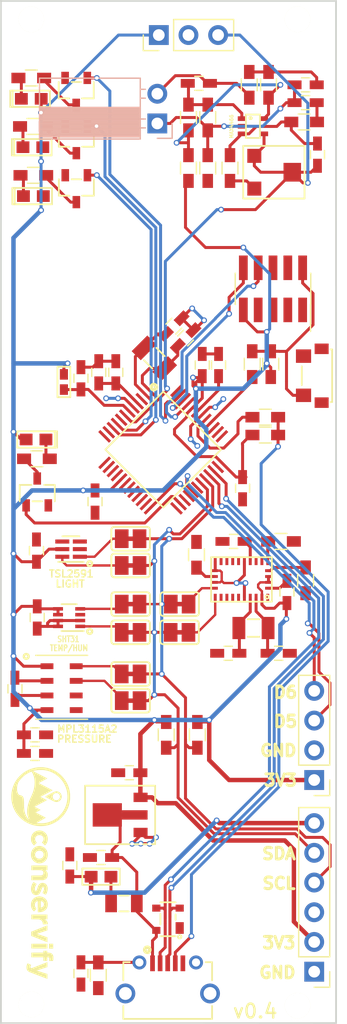
<source format=kicad_pcb>
(kicad_pcb (version 4) (host pcbnew 4.0.7-e2-6376~58~ubuntu16.04.1)
  (title_block (title fk-core) (date 2017-03-05) (rev 0.1) (company Conservify))
  (layers (0 F.Cu signal) (31 B.Cu signal) (34 B.Paste user) (35 F.Paste user) (36 B.SilkS user) (37 F.SilkS user) (38 B.Mask user) (39 F.Mask user) (44 Edge.Cuts user))
  (net 0 "")
  (net 1 GND)
  (net 2 "Net-(C1-Pad2)")
  (net 3 "Net-(C2-Pad2)")
  (net 4 3V3)
  (net 5 "Net-(C4-Pad1)")
  (net 6 "Net-(C5-Pad1)")
  (net 7 AREF)
  (net 8 "Net-(C102-Pad1)")
  (net 9 "Net-(C105-Pad1)")
  (net 10 "Net-(C107-Pad1)")
  (net 11 "Net-(C108-Pad2)")
  (net 12 /SWDIO)
  (net 13 /SWCLK)
  (net 14 "Net-(J6-Pad6)")
  (net 15 /RST)
  (net 16 /SCL)
  (net 17 /SDA)
  (net 18 /RESET)
  (net 19 "Net-(R101-Pad1)")
  (net 20 "Net-(R102-Pad1)")
  (net 21 "Net-(R103-Pad1)")
  (net 22 /A0)
  (net 23 /A1)
  (net 24 /A2)
  (net 25 /A3)
  (net 26 /A4)
  (net 27 /D8)
  (net 28 /D9)
  (net 29 /D4)
  (net 30 /D3)
  (net 31 /D1)
  (net 32 /D0)
  (net 33 /MOSI)
  (net 34 /SCK)
  (net 35 /MISO)
  (net 36 /ATN)
  (net 37 /D2)
  (net 38 /D5)
  (net 39 /D11)
  (net 40 /D10)
  (net 41 /D12)
  (net 42 /D6)
  (net 43 /D7)
  (net 44 /USB-)
  (net 45 /USB+)
  (net 46 /D30)
  (net 47 /D31)
  (net 48 /TX_LED)
  (net 49 /USB_ID)
  (net 50 /A5)
  (net 51 /RX_LED)
  (net 52 "Net-(U101-Pad2)")
  (net 53 "Net-(U101-Pad4)")
  (net 54 "Net-(U102-Pad5)")
  (net 55 "Net-(U102-Pad6)")
  (net 56 "Net-(U103-Pad7)")
  (net 57 "Net-(U103-Pad8)")
  (net 58 "Net-(U103-Pad11)")
  (net 59 "Net-(U103-Pad14)")
  (net 60 "Net-(U104-Pad3)")
  (net 61 "Net-(D1-Pad1)")
  (net 62 "Net-(D2-Pad1)")
  (net 63 "Net-(D3-Pad1)")
  (net 64 "Net-(Q1-Pad3)")
  (net 65 "Net-(Q2-Pad3)")
  (net 66 "Net-(Q3-Pad3)")
  (net 67 5V0)
  (net 68 "Net-(C10-Pad1)")
  (net 69 VUSB)
  (net 70 "Net-(J1-Pad4)")
  (net 71 "Net-(J1-Pad7)")
  (net 72 "Net-(J1-Pad8)")
  (net 73 "Net-(J1-Pad9)")
  (net 74 "Net-(C13-Pad1)")
  (net 75 /AGND)
  (net 76 "Net-(C15-Pad1)")
  (net 77 "Net-(C15-Pad2)")
  (net 78 "Net-(C16-Pad2)")
  (net 79 "Net-(C17-Pad2)")
  (net 80 "Net-(F1-Pad1)")
  (net 81 /AVCC)
  (net 82 "Net-(R16-Pad1)")
  (net 83 "Net-(J6-Pad3)")
  (net 84 "Net-(J6-Pad4)")
  (net 85 "Net-(D5-Pad1)")
  (net 86 /D13)
  (net 87 "Net-(Q4-Pad3)")
  (net 88 "Net-(J3-Pad3)")
  (net 89 "Net-(R18-Pad1)")
  (net 90 "Net-(R19-Pad1)")
  (net 91 "Net-(R20-Pad1)")
  (net 92 "Net-(R21-Pad1)")
  (net 93 "Net-(R22-Pad1)")
  (net 94 "Net-(R23-Pad1)")
  (net 95 "Net-(R24-Pad1)")
  (net 96 "Net-(R25-Pad1)")
  (module Housings_DFN_QFN:DFN-6-1EP_2x2mm_Pitch0.65mm (layer F.Cu) (at 131.792 114.681 180)
    (fp_text reference U101 hide)
    (fp_text value TSL2591)
    (pad 1 smd rect (at -0.7634 -0.65 180) (size 1.2 0.35) (layers F.Cu F.Paste F.Mask) (net 90 "Net-(R19-Pad1)"))
    (pad 2 smd rect (at -0.7634 0 180) (size 1.2 0.35) (layers F.Cu F.Paste F.Mask) (net 52 "Net-(U101-Pad2)"))
    (pad 3 smd rect (at -0.7634 0.65 180) (size 1.2 0.35) (layers F.Cu F.Paste F.Mask) (net 1 GND))
    (pad 4 smd rect (at 0.7366 0.65 180) (size 1.2 0.35) (layers F.Cu F.Paste F.Mask) (net 53 "Net-(U101-Pad4)"))
    (pad 5 smd rect (at 0.7366 0 180) (size 1.2 0.35) (layers F.Cu F.Paste F.Mask) (net 4 3V3))
    (pad 6 smd rect (at 0.7366 -0.65 180) (size 1.2 0.35) (layers F.Cu F.Paste F.Mask) (net 92 "Net-(R21-Pad1)"))
  )
  (module Capacitors_SMD:C_0603_HandSoldering (layer F.Cu) (at 146.4945 109.474 270)
    (fp_text reference C7 hide)
    (fp_text value 100nF)
    (pad 1 smd rect (at -0.95 0 270) (size 1.2 0.75) (layers F.Cu F.Paste F.Mask) (net 4 3V3))
    (pad 2 smd rect (at 0.95 0 270) (size 1.2 0.75) (layers F.Cu F.Paste F.Mask) (net 1 GND))
  )
  (module Capacitors_SMD:C_0603_HandSoldering (layer F.Cu) (at 140.6017 95.6183 225)
    (fp_text reference C1 hide)
    (fp_text value 18pF)
    (pad 1 smd rect (at -0.95 0 225) (size 1.2 0.75) (layers F.Cu F.Paste F.Mask) (net 1 GND))
    (pad 2 smd rect (at 0.95 0 225) (size 1.2 0.75) (layers F.Cu F.Paste F.Mask) (net 2 "Net-(C1-Pad2)"))
  )
  (module Capacitors_SMD:C_0603_HandSoldering (layer F.Cu) (at 141.6177 96.6343 225)
    (fp_text reference C2 hide)
    (fp_text value 18pF)
    (pad 1 smd rect (at -0.95 0 225) (size 1.2 0.75) (layers F.Cu F.Paste F.Mask) (net 1 GND))
    (pad 2 smd rect (at 0.95 0 225) (size 1.2 0.75) (layers F.Cu F.Paste F.Mask) (net 3 "Net-(C2-Pad2)"))
  )
  (module Capacitors_SMD:C_0603_HandSoldering (layer F.Cu) (at 143.0401 98.9457 90)
    (fp_text reference C3 hide)
    (fp_text value 100nF)
    (pad 1 smd rect (at -0.95 0 90) (size 1.2 0.75) (layers F.Cu F.Paste F.Mask) (net 4 3V3))
    (pad 2 smd rect (at 0.95 0 90) (size 1.2 0.75) (layers F.Cu F.Paste F.Mask) (net 1 GND))
  )
  (module Capacitors_SMD:C_0603_HandSoldering (layer F.Cu) (at 132.6515 100.0785 90)
    (fp_text reference C4 hide)
    (fp_text value 100nF)
    (pad 1 smd rect (at -0.95 0 90) (size 1.2 0.75) (layers F.Cu F.Paste F.Mask) (net 5 "Net-(C4-Pad1)"))
    (pad 2 smd rect (at 0.95 0 90) (size 1.2 0.75) (layers F.Cu F.Paste F.Mask) (net 1 GND))
  )
  (module Capacitors_SMD:C_0603_HandSoldering (layer F.Cu) (at 144.4371 98.9457 90)
    (fp_text reference C5 hide)
    (fp_text value "1uF 10V X5R")
    (pad 1 smd rect (at -0.95 0 90) (size 1.2 0.75) (layers F.Cu F.Paste F.Mask) (net 6 "Net-(C5-Pad1)"))
    (pad 2 smd rect (at 0.95 0 90) (size 1.2 0.75) (layers F.Cu F.Paste F.Mask) (net 1 GND))
  )
  (module Capacitors_SMD:C_0603_HandSoldering (layer F.Cu) (at 135.636 99.568 90)
    (fp_text reference C6 hide)
    (fp_text value 100nF)
    (pad 1 smd rect (at -0.95 0 90) (size 1.2 0.75) (layers F.Cu F.Paste F.Mask) (net 7 AREF))
    (pad 2 smd rect (at 0.95 0 90) (size 1.2 0.75) (layers F.Cu F.Paste F.Mask) (net 1 GND))
  )
  (module Capacitors_SMD:C_0603_HandSoldering (layer F.Cu) (at 133.858 110.617 270)
    (fp_text reference C8 hide)
    (fp_text value 100nF)
    (pad 1 smd rect (at -0.95 0 270) (size 1.2 0.75) (layers F.Cu F.Paste F.Mask) (net 4 3V3))
    (pad 2 smd rect (at 0.95 0 270) (size 1.2 0.75) (layers F.Cu F.Paste F.Mask) (net 1 GND))
  )
  (module Capacitors_SMD:C_0603_HandSoldering (layer F.Cu) (at 134.1755 99.568 90)
    (fp_text reference C14 hide)
    (fp_text value "4.7uF 10V X5R")
    (pad 1 smd rect (at -0.95 0 90) (size 1.2 0.75) (layers F.Cu F.Paste F.Mask) (net 7 AREF))
    (pad 2 smd rect (at 0.95 0 90) (size 1.2 0.75) (layers F.Cu F.Paste F.Mask) (net 1 GND))
  )
  (module Capacitors_SMD:C_0603_HandSoldering (layer F.Cu) (at 128.8415 114.808 90)
    (fp_text reference C101 hide)
    (fp_text value 1uF)
    (pad 1 smd rect (at -0.95 0 90) (size 1.2 0.75) (layers F.Cu F.Paste F.Mask) (net 4 3V3))
    (pad 2 smd rect (at 0.95 0 90) (size 1.2 0.75) (layers F.Cu F.Paste F.Mask) (net 1 GND))
  )
  (module Capacitors_SMD:C_0603_HandSoldering (layer F.Cu) (at 127 126.619 270)
    (fp_text reference C102 hide)
    (fp_text value 100nF)
    (pad 1 smd rect (at -0.95 0 270) (size 1.2 0.75) (layers F.Cu F.Paste F.Mask) (net 8 "Net-(C102-Pad1)"))
    (pad 2 smd rect (at 0.95 0 270) (size 1.2 0.75) (layers F.Cu F.Paste F.Mask) (net 1 GND))
  )
  (module Capacitors_SMD:C_0603_HandSoldering (layer F.Cu) (at 128.7145 132.1435)
    (fp_text reference C103 hide)
    (fp_text value 100nF)
    (pad 1 smd rect (at -0.95 0) (size 1.2 0.75) (layers F.Cu F.Paste F.Mask) (net 4 3V3))
    (pad 2 smd rect (at 0.95 0) (size 1.2 0.75) (layers F.Cu F.Paste F.Mask) (net 1 GND))
  )
  (module Capacitors_SMD:C_0603_HandSoldering (layer F.Cu) (at 128.717 130.556)
    (fp_text reference C104 hide)
    (fp_text value 10uF)
    (pad 1 smd rect (at -0.95 0) (size 1.2 0.75) (layers F.Cu F.Paste F.Mask) (net 4 3V3))
    (pad 2 smd rect (at 0.95 0) (size 1.2 0.75) (layers F.Cu F.Paste F.Mask) (net 1 GND))
  )
  (module Capacitors_SMD:C_0603_HandSoldering (layer F.Cu) (at 149.586682 123.58332)
    (fp_text reference C105 hide)
    (fp_text value 22pF)
    (pad 1 smd rect (at -0.95 0) (size 1.2 0.75) (layers F.Cu F.Paste F.Mask) (net 9 "Net-(C105-Pad1)"))
    (pad 2 smd rect (at 0.95 0) (size 1.2 0.75) (layers F.Cu F.Paste F.Mask) (net 1 GND))
  )
  (module Capacitors_SMD:C_0603_HandSoldering (layer F.Cu) (at 150.293679 118.340183 270)
    (fp_text reference C106 hide)
    (fp_text value 100nF)
    (pad 1 smd rect (at -0.95 0 270) (size 1.2 0.75) (layers F.Cu F.Paste F.Mask) (net 1 GND))
    (pad 2 smd rect (at 0.95 0 270) (size 1.2 0.75) (layers F.Cu F.Paste F.Mask) (net 4 3V3))
  )
  (module Capacitors_SMD:C_0603_HandSoldering (layer F.Cu) (at 145.268682 123.58332 180)
    (fp_text reference C107 hide)
    (fp_text value 22pF)
    (pad 1 smd rect (at -0.95 0 180) (size 1.2 0.75) (layers F.Cu F.Paste F.Mask) (net 10 "Net-(C107-Pad1)"))
    (pad 2 smd rect (at 0.95 0 180) (size 1.2 0.75) (layers F.Cu F.Paste F.Mask) (net 1 GND))
  )
  (module Capacitors_SMD:C_0603_HandSoldering (layer F.Cu) (at 145.721679 114.022183)
    (fp_text reference C108 hide)
    (fp_text value 100nF)
    (pad 1 smd rect (at -0.95 0) (size 1.2 0.75) (layers F.Cu F.Paste F.Mask) (net 1 GND))
    (pad 2 smd rect (at 0.95 0) (size 1.2 0.75) (layers F.Cu F.Paste F.Mask) (net 11 "Net-(C108-Pad2)"))
  )
  (module Capacitors_SMD:C_0603_HandSoldering (layer F.Cu) (at 128.905 120.523 270)
    (fp_text reference C109 hide)
    (fp_text value 100nF)
    (pad 1 smd rect (at -0.95 0 270) (size 1.2 0.75) (layers F.Cu F.Paste F.Mask) (net 4 3V3))
    (pad 2 smd rect (at 0.95 0 270) (size 1.2 0.75) (layers F.Cu F.Paste F.Mask) (net 1 GND))
  )
  (module RocketScreamKicadLibrary:IND-0402 (layer F.Cu) (at 131.191 100.3935 90)
    (fp_text reference L2 hide)
    (fp_text value BKP1005TS121-T)
    (pad 1 smd rect (at -0.65 0 90) (size 0.9 0.7) (layers F.Cu F.Paste F.Mask) (net 5 "Net-(C4-Pad1)"))
    (pad 2 smd rect (at 0.65 0 90) (size 0.9 0.7) (layers F.Cu F.Paste F.Mask) (net 4 3V3))
  )
  (module Resistors_SMD:R_0603_HandSoldering (layer F.Cu) (at 147.32 98.8695 90)
    (fp_text reference R2 hide)
    (fp_text value 330R)
    (pad 1 smd rect (at -1.1 0 90) (size 1.2 0.9) (layers F.Cu F.Paste F.Mask) (net 18 /RESET))
    (pad 2 smd rect (at 1.1 0 90) (size 1.2 0.9) (layers F.Cu F.Paste F.Mask) (net 15 /RST))
  )
  (module Resistors_SMD:R_0603_HandSoldering (layer F.Cu) (at 148.9075 98.8695 90)
    (fp_text reference R4 hide)
    (fp_text value 10K)
    (pad 1 smd rect (at -1.1 0 90) (size 1.2 0.9) (layers F.Cu F.Paste F.Mask) (net 4 3V3))
    (pad 2 smd rect (at 1.1 0 90) (size 1.2 0.9) (layers F.Cu F.Paste F.Mask) (net 15 /RST))
  )
  (module RocketScreamKicadLibrary:TS-018 (layer F.Cu) (at 153.4636 99.8592 270)
    (fp_text reference SW1 hide)
    (fp_text value SPNO hide)
    (pad 1 smd rect (at -1.675 1.75 270) (size 1.15 1.3) (layers F.Cu F.Paste F.Mask) (net 1 GND))
    (pad 2 smd rect (at 1.675 1.75 270) (size 1.15 1.3) (layers F.Cu F.Paste F.Mask) (net 15 /RST))
    (pad 3 smd rect (at 2.3 0.2 270) (size 0.9 1.2) (layers F.Cu F.Paste F.Mask))
    (pad 4 smd rect (at -2.3 0.2 270) (size 0.9 1.2) (layers F.Cu F.Paste F.Mask))
    (pad "" np_thru_hole circle (at -0.85 0.2 270) (size 0.8 0.8) (drill 0.8) (layers *.Cu *.Mask))
    (pad "" np_thru_hole circle (at 0.85 0.2 270) (size 0.8 0.8) (drill 0.8) (layers *.Cu *.Mask))
  )
  (module RocketScreamKicadLibrary:TQFP-48_7x7mm_Pitch0.5mm (layer F.Cu) (at 139.7 106.172 315)
    (fp_text reference U1 hide)
    (fp_text value ATSAMD21G18A-AU hide)
    (pad 1 smd rect (at -4.35 -2.75 315) (size 1.3 0.25) (layers F.Cu F.Paste F.Mask) (net 3 "Net-(C2-Pad2)"))
    (pad 2 smd rect (at -4.35 -2.25 315) (size 1.3 0.25) (layers F.Cu F.Paste F.Mask) (net 2 "Net-(C1-Pad2)"))
    (pad 3 smd rect (at -4.35 -1.75 315) (size 1.3 0.25) (layers F.Cu F.Paste F.Mask) (net 22 /A0))
    (pad 4 smd rect (at -4.35 -1.25 315) (size 1.3 0.25) (layers F.Cu F.Paste F.Mask) (net 7 AREF))
    (pad 5 smd rect (at -4.35 -0.75 315) (size 1.3 0.25) (layers F.Cu F.Paste F.Mask) (net 1 GND))
    (pad 6 smd rect (at -4.35 -0.25 315) (size 1.3 0.25) (layers F.Cu F.Paste F.Mask) (net 5 "Net-(C4-Pad1)"))
    (pad 7 smd rect (at -4.35 0.25 315) (size 1.3 0.25) (layers F.Cu F.Paste F.Mask) (net 23 /A1))
    (pad 8 smd rect (at -4.35 0.75 315) (size 1.3 0.25) (layers F.Cu F.Paste F.Mask) (net 24 /A2))
    (pad 9 smd rect (at -4.35 1.25 315) (size 1.3 0.25) (layers F.Cu F.Paste F.Mask) (net 25 /A3))
    (pad 10 smd rect (at -4.35 1.75 315) (size 1.3 0.25) (layers F.Cu F.Paste F.Mask) (net 26 /A4))
    (pad 11 smd rect (at -4.35 2.25 315) (size 1.3 0.25) (layers F.Cu F.Paste F.Mask) (net 27 /D8))
    (pad 12 smd rect (at -4.35 2.75 315) (size 1.3 0.25) (layers F.Cu F.Paste F.Mask) (net 28 /D9))
    (pad 13 smd rect (at -2.75 4.35 45) (size 1.3 0.25) (layers F.Cu F.Paste F.Mask) (net 29 /D4))
    (pad 14 smd rect (at -2.25 4.35 45) (size 1.3 0.25) (layers F.Cu F.Paste F.Mask) (net 30 /D3))
    (pad 15 smd rect (at -1.75 4.35 45) (size 1.3 0.25) (layers F.Cu F.Paste F.Mask) (net 31 /D1))
    (pad 16 smd rect (at -1.25 4.35 45) (size 1.3 0.25) (layers F.Cu F.Paste F.Mask) (net 32 /D0))
    (pad 17 smd rect (at -0.75 4.35 45) (size 1.3 0.25) (layers F.Cu F.Paste F.Mask) (net 4 3V3))
    (pad 18 smd rect (at -0.25 4.35 45) (size 1.3 0.25) (layers F.Cu F.Paste F.Mask) (net 1 GND))
    (pad 19 smd rect (at 0.25 4.35 45) (size 1.3 0.25) (layers F.Cu F.Paste F.Mask) (net 33 /MOSI))
    (pad 20 smd rect (at 0.75 4.35 45) (size 1.3 0.25) (layers F.Cu F.Paste F.Mask) (net 34 /SCK))
    (pad 21 smd rect (at 1.25 4.35 45) (size 1.3 0.25) (layers F.Cu F.Paste F.Mask) (net 35 /MISO))
    (pad 22 smd rect (at 1.75 4.35 45) (size 1.3 0.25) (layers F.Cu F.Paste F.Mask) (net 36 /ATN))
    (pad 23 smd rect (at 2.25 4.35 45) (size 1.3 0.25) (layers F.Cu F.Paste F.Mask) (net 37 /D2))
    (pad 24 smd rect (at 2.75 4.35 45) (size 1.3 0.25) (layers F.Cu F.Paste F.Mask) (net 38 /D5))
    (pad 25 smd rect (at 4.35 2.75 315) (size 1.3 0.25) (layers F.Cu F.Paste F.Mask) (net 39 /D11))
    (pad 26 smd rect (at 4.35 2.25 315) (size 1.3 0.25) (layers F.Cu F.Paste F.Mask) (net 86 /D13))
    (pad 27 smd rect (at 4.35 1.75 315) (size 1.3 0.25) (layers F.Cu F.Paste F.Mask) (net 40 /D10))
    (pad 28 smd rect (at 4.35 1.25 315) (size 1.3 0.25) (layers F.Cu F.Paste F.Mask) (net 41 /D12))
    (pad 29 smd rect (at 4.35 0.75 315) (size 1.3 0.25) (layers F.Cu F.Paste F.Mask) (net 42 /D6))
    (pad 30 smd rect (at 4.35 0.25 315) (size 1.3 0.25) (layers F.Cu F.Paste F.Mask) (net 43 /D7))
    (pad 31 smd rect (at 4.35 -0.25 315) (size 1.3 0.25) (layers F.Cu F.Paste F.Mask) (net 17 /SDA))
    (pad 32 smd rect (at 4.35 -0.75 315) (size 1.3 0.25) (layers F.Cu F.Paste F.Mask) (net 16 /SCL))
    (pad 33 smd rect (at 4.35 -1.25 315) (size 1.3 0.25) (layers F.Cu F.Paste F.Mask) (net 44 /USB-))
    (pad 34 smd rect (at 4.35 -1.75 315) (size 1.3 0.25) (layers F.Cu F.Paste F.Mask) (net 45 /USB+))
    (pad 35 smd rect (at 4.35 -2.25 315) (size 1.3 0.25) (layers F.Cu F.Paste F.Mask) (net 1 GND))
    (pad 36 smd rect (at 4.35 -2.75 315) (size 1.3 0.25) (layers F.Cu F.Paste F.Mask) (net 4 3V3))
    (pad 37 smd rect (at 2.75 -4.35 45) (size 1.3 0.25) (layers F.Cu F.Paste F.Mask) (net 46 /D30))
    (pad 38 smd rect (at 2.25 -4.35 45) (size 1.3 0.25) (layers F.Cu F.Paste F.Mask) (net 47 /D31))
    (pad 39 smd rect (at 1.75 -4.35 45) (size 1.3 0.25) (layers F.Cu F.Paste F.Mask) (net 48 /TX_LED))
    (pad 40 smd rect (at 1.25 -4.35 45) (size 1.3 0.25) (layers F.Cu F.Paste F.Mask) (net 18 /RESET))
    (pad 41 smd rect (at 0.75 -4.35 45) (size 1.3 0.25) (layers F.Cu F.Paste F.Mask) (net 49 /USB_ID))
    (pad 42 smd rect (at 0.25 -4.35 45) (size 1.3 0.25) (layers F.Cu F.Paste F.Mask) (net 1 GND))
    (pad 43 smd rect (at -0.25 -4.35 45) (size 1.3 0.25) (layers F.Cu F.Paste F.Mask) (net 6 "Net-(C5-Pad1)"))
    (pad 44 smd rect (at -0.75 -4.35 45) (size 1.3 0.25) (layers F.Cu F.Paste F.Mask) (net 4 3V3))
    (pad 45 smd rect (at -1.25 -4.35 45) (size 1.3 0.25) (layers F.Cu F.Paste F.Mask) (net 13 /SWCLK))
    (pad 46 smd rect (at -1.75 -4.35 45) (size 1.3 0.25) (layers F.Cu F.Paste F.Mask) (net 12 /SWDIO))
    (pad 47 smd rect (at -2.25 -4.35 45) (size 1.3 0.25) (layers F.Cu F.Paste F.Mask) (net 50 /A5))
    (pad 48 smd rect (at -2.75 -4.35 45) (size 1.3 0.25) (layers F.Cu F.Paste F.Mask) (net 51 /RX_LED))
  )
  (module conservify:BNO055 (layer F.Cu) (at 146.399682 117.27182 180)
    (fp_text reference U103 hide)
    (fp_text value BNO055)
    (pad 1 smd rect (at -2.25 -1.5625 180) (size 0.25 0.675) (layers F.Cu F.Paste F.Mask))
    (pad 28 smd rect (at -1.75 -1.5625 180) (size 0.25 0.675) (layers F.Cu F.Paste F.Mask) (net 4 3V3))
    (pad 27 smd rect (at -1.25 -1.5625 180) (size 0.25 0.675) (layers F.Cu F.Paste F.Mask) (net 9 "Net-(C105-Pad1)"))
    (pad 26 smd rect (at -0.75 -1.5625 180) (size 0.25 0.675) (layers F.Cu F.Paste F.Mask) (net 10 "Net-(C107-Pad1)"))
    (pad 25 smd rect (at -0.25 -1.5625 180) (size 0.25 0.675) (layers F.Cu F.Paste F.Mask) (net 1 GND))
    (pad 24 smd rect (at 0.25 -1.5625 180) (size 0.25 0.675) (layers F.Cu F.Paste F.Mask))
    (pad 23 smd rect (at 0.75 -1.5625 180) (size 0.25 0.675) (layers F.Cu F.Paste F.Mask))
    (pad 22 smd rect (at 1.25 -1.5625 180) (size 0.25 0.675) (layers F.Cu F.Paste F.Mask))
    (pad 21 smd rect (at 1.75 -1.5625 180) (size 0.25 0.675) (layers F.Cu F.Paste F.Mask))
    (pad 20 smd rect (at 2.25 -1.5625 180) (size 0.25 0.675) (layers F.Cu F.Paste F.Mask) (net 93 "Net-(R22-Pad1)"))
    (pad 6 smd rect (at -2.25 1.5625 180) (size 0.25 0.675) (layers F.Cu F.Paste F.Mask) (net 20 "Net-(R102-Pad1)"))
    (pad 7 smd rect (at -1.75 1.5625 180) (size 0.25 0.675) (layers F.Cu F.Paste F.Mask) (net 56 "Net-(U103-Pad7)"))
    (pad 8 smd rect (at -1.25 1.5625 180) (size 0.25 0.675) (layers F.Cu F.Paste F.Mask) (net 57 "Net-(U103-Pad8)"))
    (pad 9 smd rect (at -0.75 1.5625 180) (size 0.25 0.675) (layers F.Cu F.Paste F.Mask) (net 11 "Net-(C108-Pad2)"))
    (pad 10 smd rect (at -0.25 1.5625 180) (size 0.25 0.675) (layers F.Cu F.Paste F.Mask) (net 1 GND))
    (pad 11 smd rect (at 0.25 1.5625 180) (size 0.25 0.675) (layers F.Cu F.Paste F.Mask) (net 58 "Net-(U103-Pad11)"))
    (pad 12 smd rect (at 0.75 1.5625 180) (size 0.25 0.675) (layers F.Cu F.Paste F.Mask))
    (pad 13 smd rect (at 1.25 1.5625 180) (size 0.25 0.675) (layers F.Cu F.Paste F.Mask))
    (pad 14 smd rect (at 1.75 1.5625 180) (size 0.25 0.675) (layers F.Cu F.Paste F.Mask) (net 59 "Net-(U103-Pad14)"))
    (pad 15 smd rect (at 2.25 1.5625 180) (size 0.25 0.675) (layers F.Cu F.Paste F.Mask) (net 1 GND))
    (pad 2 smd rect (at -2.3125 -0.75 180) (size 0.575 0.25) (layers F.Cu F.Paste F.Mask) (net 1 GND))
    (pad 3 smd rect (at -2.3125 -0.25 180) (size 0.575 0.25) (layers F.Cu F.Paste F.Mask) (net 4 3V3))
    (pad 4 smd rect (at -2.3125 0.25 180) (size 0.575 0.25) (layers F.Cu F.Paste F.Mask) (net 4 3V3))
    (pad 5 smd rect (at -2.3125 0.75 180) (size 0.575 0.25) (layers F.Cu F.Paste F.Mask) (net 21 "Net-(R103-Pad1)"))
    (pad 19 smd rect (at 2.3125 -0.75 180) (size 0.575 0.25) (layers F.Cu F.Paste F.Mask) (net 94 "Net-(R23-Pad1)"))
    (pad 18 smd rect (at 2.3125 -0.25 180) (size 0.575 0.25) (layers F.Cu F.Paste F.Mask) (net 1 GND))
    (pad 17 smd rect (at 2.3125 0.25 180) (size 0.575 0.25) (layers F.Cu F.Paste F.Mask) (net 19 "Net-(R101-Pad1)"))
    (pad 16 smd rect (at 2.3125 0.75 180) (size 0.575 0.25) (layers F.Cu F.Paste F.Mask) (net 1 GND))
  )
  (module Housings_DFN_QFN:DFN-8_2x2mm_Pitch0.5mm (layer F.Cu) (at 131.638 120.535 180)
    (fp_text reference U104 hide)
    (fp_text value SHT31)
    (pad 1 smd rect (at -0.95 -0.75 180) (size 0.85 0.3) (layers F.Cu F.Paste F.Mask) (net 95 "Net-(R24-Pad1)"))
    (pad 2 smd rect (at -0.95 -0.25 180) (size 0.85 0.3) (layers F.Cu F.Paste F.Mask) (net 1 GND))
    (pad 3 smd rect (at -0.95 0.25 180) (size 0.85 0.3) (layers F.Cu F.Paste F.Mask) (net 60 "Net-(U104-Pad3)"))
    (pad 4 smd rect (at -0.95 0.75 180) (size 0.85 0.3) (layers F.Cu F.Paste F.Mask) (net 96 "Net-(R25-Pad1)"))
    (pad 5 smd rect (at 0.95 0.75 180) (size 0.85 0.3) (layers F.Cu F.Paste F.Mask) (net 4 3V3))
    (pad 6 smd rect (at 0.95 0.25 180) (size 0.85 0.3) (layers F.Cu F.Paste F.Mask) (net 4 3V3))
    (pad 7 smd rect (at 0.95 -0.25 180) (size 0.85 0.3) (layers F.Cu F.Paste F.Mask) (net 1 GND))
    (pad 8 smd rect (at 0.95 -0.75 180) (size 0.85 0.3) (layers F.Cu F.Paste F.Mask) (net 1 GND))
  )
  (module RocketScreamKicadLibrary:ABS07 (layer F.Cu) (at 138.938 98.3615 315)
    (fp_text reference Y1 hide)
    (fp_text value FC-135)
    (pad 1 smd rect (at -1.25 0 315) (size 1.1 1.9) (layers F.Cu F.Paste F.Mask) (net 2 "Net-(C1-Pad2)"))
    (pad 2 smd rect (at 1.25 0 315) (size 1.1 1.9) (layers F.Cu F.Paste F.Mask) (net 3 "Net-(C2-Pad2)"))
  )
  (module RocketScreamKicadLibrary:ABS07 (layer F.Cu) (at 147.427682 121.42432 180)
    (fp_text reference Y101 hide)
    (fp_text value FC-135)
    (pad 1 smd rect (at -1.25 0 180) (size 1.1 1.9) (layers F.Cu F.Paste F.Mask) (net 9 "Net-(C105-Pad1)"))
    (pad 2 smd rect (at 1.25 0 180) (size 1.1 1.9) (layers F.Cu F.Paste F.Mask) (net 10 "Net-(C107-Pad1)"))
  )
  (module Socket_Strips:Socket_Strip_Straight_2x05_Pitch1.27mm_SMD (layer F.Cu) (at 149.098 92.434 270)
    (fp_text reference J6 hide)
    (fp_text value CONN-HDR-2x5 hide)
    (pad 1 smd rect (at 1.8 -2.54 270) (size 2.1 0.75) (layers F.Cu F.Paste F.Mask) (net 1 GND))
    (pad 2 smd rect (at -1.8 -2.54 270) (size 2.1 0.75) (layers F.Cu F.Paste F.Mask) (net 15 /RST))
    (pad 3 smd rect (at 1.8 -1.27 270) (size 2.1 0.75) (layers F.Cu F.Paste F.Mask) (net 83 "Net-(J6-Pad3)"))
    (pad 4 smd rect (at -1.8 -1.27 270) (size 2.1 0.75) (layers F.Cu F.Paste F.Mask) (net 84 "Net-(J6-Pad4)"))
    (pad 5 smd rect (at 1.8 0 270) (size 2.1 0.75) (layers F.Cu F.Paste F.Mask) (net 1 GND))
    (pad 6 smd rect (at -1.8 0 270) (size 2.1 0.75) (layers F.Cu F.Paste F.Mask) (net 14 "Net-(J6-Pad6)"))
    (pad 7 smd rect (at 1.8 1.27 270) (size 2.1 0.75) (layers F.Cu F.Paste F.Mask) (net 1 GND))
    (pad 8 smd rect (at -1.8 1.27 270) (size 2.1 0.75) (layers F.Cu F.Paste F.Mask) (net 13 /SWCLK))
    (pad 9 smd rect (at 1.8 2.54 270) (size 2.1 0.75) (layers F.Cu F.Paste F.Mask) (net 4 3V3))
    (pad 10 smd rect (at -1.8 2.54 270) (size 2.1 0.75) (layers F.Cu F.Paste F.Mask) (net 12 /SWDIO))
  )
  (module RocketScreamKicadLibrary:LED-0603 (layer F.Cu) (at 128.5748 84.5058)
    (fp_text reference D1 hide)
    (fp_text value Orange)
    (pad 2 smd rect (at 0.85 0 180) (size 1.1 1) (layers F.Cu F.Paste F.Mask) (net 4 3V3))
    (pad 1 smd rect (at -0.85 0 180) (size 1.1 1) (layers F.Cu F.Paste F.Mask) (net 61 "Net-(D1-Pad1)"))
  )
  (module RocketScreamKicadLibrary:LED-0603 (layer F.Cu) (at 128.5358 80.3275)
    (fp_text reference D2 hide)
    (fp_text value Yellow)
    (pad 2 smd rect (at 0.85 0 180) (size 1.1 1) (layers F.Cu F.Paste F.Mask) (net 4 3V3))
    (pad 1 smd rect (at -0.85 0 180) (size 1.1 1) (layers F.Cu F.Paste F.Mask) (net 62 "Net-(D2-Pad1)"))
  )
  (module RocketScreamKicadLibrary:LED-0603 (layer F.Cu) (at 128.3961 76.1873)
    (fp_text reference D3 hide)
    (fp_text value Blue)
    (pad 2 smd rect (at 0.85 0 180) (size 1.1 1) (layers F.Cu F.Paste F.Mask) (net 4 3V3))
    (pad 1 smd rect (at -0.85 0 180) (size 1.1 1) (layers F.Cu F.Paste F.Mask) (net 63 "Net-(D3-Pad1)"))
  )
  (module RocketScreamKicadLibrary:SOT-23 (layer F.Cu) (at 132.2578 83.8708 180)
    (fp_text reference Q1 hide)
    (fp_text value 2N7002LT1G)
    (pad 1 smd rect (at -0.95 1.15 180) (size 0.65 1.05) (layers F.Cu F.Paste F.Mask) (net 25 /A3))
    (pad 2 smd rect (at 0.95 1.15 180) (size 0.65 1.05) (layers F.Cu F.Paste F.Mask) (net 1 GND))
    (pad 3 smd rect (at 0 -1.15 180) (size 0.65 1.05) (layers F.Cu F.Paste F.Mask) (net 64 "Net-(Q1-Pad3)"))
  )
  (module RocketScreamKicadLibrary:SOT-23 (layer F.Cu) (at 132.2578 79.6855 180)
    (fp_text reference Q2 hide)
    (fp_text value 2N7002LT1G)
    (pad 1 smd rect (at -0.95 1.15 180) (size 0.65 1.05) (layers F.Cu F.Paste F.Mask) (net 26 /A4))
    (pad 2 smd rect (at 0.95 1.15 180) (size 0.65 1.05) (layers F.Cu F.Paste F.Mask) (net 1 GND))
    (pad 3 smd rect (at 0 -1.15 180) (size 0.65 1.05) (layers F.Cu F.Paste F.Mask) (net 65 "Net-(Q2-Pad3)"))
  )
  (module RocketScreamKicadLibrary:SOT-23 (layer F.Cu) (at 132.2451 75.5523 180)
    (fp_text reference Q3 hide)
    (fp_text value 2N7002LT1G)
    (pad 1 smd rect (at -0.95 1.15 180) (size 0.65 1.05) (layers F.Cu F.Paste F.Mask) (net 50 /A5))
    (pad 2 smd rect (at 0.95 1.15 180) (size 0.65 1.05) (layers F.Cu F.Paste F.Mask) (net 1 GND))
    (pad 3 smd rect (at 0 -1.15 180) (size 0.65 1.05) (layers F.Cu F.Paste F.Mask) (net 66 "Net-(Q3-Pad3)"))
  )
  (module conservify:conservify_text_negative_4000 (layer F.Cu) (at 129.1971 142.367 270)
    (fp_text reference G*** hide)
    (fp_text value LOGO hide)
  )
  (module Resistors_SMD:R_0603_HandSoldering (layer F.Cu) (at 139.954 130.556 90)
    (fp_text reference R6 hide)
    (fp_text value 4.7K)
    (pad 1 smd rect (at -1.1 0 90) (size 1.2 0.9) (layers F.Cu F.Paste F.Mask) (net 17 /SDA))
    (pad 2 smd rect (at 1.1 0 90) (size 1.2 0.9) (layers F.Cu F.Paste F.Mask) (net 4 3V3))
  )
  (module Resistors_SMD:R_0603_HandSoldering (layer F.Cu) (at 142.621 130.556 90)
    (fp_text reference R7 hide)
    (fp_text value 4.7K)
    (pad 1 smd rect (at -1.1 0 90) (size 1.2 0.9) (layers F.Cu F.Paste F.Mask) (net 16 /SCL))
    (pad 2 smd rect (at 1.1 0 90) (size 1.2 0.9) (layers F.Cu F.Paste F.Mask) (net 4 3V3))
  )
  (module RocketScreamKicadLibrary:HOLE_NPTH_2.2MM (layer F.Cu) (at 128.4 153.6)
    (fp_text reference M1 hide)
    (fp_text value MOUNT_HOLE hide)
    (pad "" np_thru_hole circle (at 0 0) (size 2.2 2.2) (drill 2.2) (layers *.Cu *.Mask F.SilkS))
  )
  (module RocketScreamKicadLibrary:HOLE_NPTH_2.2MM (layer F.Cu) (at 151.2 153.7)
    (fp_text reference M2 hide)
    (fp_text value MOUNT_HOLE hide)
    (pad "" np_thru_hole circle (at 0 0) (size 2.2 2.2) (drill 2.2) (layers *.Cu *.Mask F.SilkS))
  )
  (module RocketScreamKicadLibrary:HOLE_NPTH_2.2MM (layer F.Cu) (at 128.4 69.4)
    (fp_text reference M3 hide)
    (fp_text value MOUNT_HOLE hide)
    (pad "" np_thru_hole circle (at 0 0) (size 2.2 2.2) (drill 2.2) (layers *.Cu *.Mask F.SilkS))
  )
  (module RocketScreamKicadLibrary:HOLE_NPTH_2.2MM (layer F.Cu) (at 151.2 69.4)
    (fp_text reference M4 hide)
    (fp_text value MOUNT_HOLE hide)
    (pad "" np_thru_hole circle (at 0 0) (size 2.2 2.2) (drill 2.2) (layers *.Cu *.Mask F.SilkS))
  )
  (module Capacitors_SMD:C_0603_HandSoldering (layer F.Cu) (at 131.699 141.7193 90)
    (fp_text reference C9 hide)
    (fp_text value 4.7uF)
    (pad 1 smd rect (at -0.95 0 90) (size 1.2 0.75) (layers F.Cu F.Paste F.Mask) (net 67 5V0))
    (pad 2 smd rect (at 0.95 0 90) (size 1.2 0.75) (layers F.Cu F.Paste F.Mask) (net 1 GND))
  )
  (module Capacitors_SMD:C_0603_HandSoldering (layer F.Cu) (at 132.6515 150.9522 270)
    (fp_text reference C10 hide)
    (fp_text value 4.7nF)
    (pad 1 smd rect (at -0.95 0 270) (size 1.2 0.75) (layers F.Cu F.Paste F.Mask) (net 68 "Net-(C10-Pad1)"))
    (pad 2 smd rect (at 0.95 0 270) (size 1.2 0.75) (layers F.Cu F.Paste F.Mask) (net 1 GND))
  )
  (module Capacitors_SMD:C_0603_HandSoldering (layer F.Cu) (at 134.370749 141.040155 180)
    (fp_text reference C11 hide)
    (fp_text value 1uF)
    (pad 1 smd rect (at -0.95 0 180) (size 1.2 0.75) (layers F.Cu F.Paste F.Mask) (net 69 VUSB))
    (pad 2 smd rect (at 0.95 0 180) (size 1.2 0.75) (layers F.Cu F.Paste F.Mask) (net 1 GND))
  )
  (module Capacitors_SMD:C_0603_HandSoldering (layer F.Cu) (at 136.7917 133.7945 180)
    (fp_text reference C12 hide)
    (fp_text value 1uF)
    (pad 1 smd rect (at -0.95 0 180) (size 1.2 0.75) (layers F.Cu F.Paste F.Mask) (net 4 3V3))
    (pad 2 smd rect (at 0.95 0 180) (size 1.2 0.75) (layers F.Cu F.Paste F.Mask) (net 1 GND))
  )
  (module RocketScreamKicadLibrary:SOT-143B (layer F.Cu) (at 140.1064 146.3167 90)
    (fp_text reference D4 hide)
    (fp_text value PRTR5V0U2X hide)
    (pad 1 smd rect (at -0.75 1 90) (size 1 0.7) (layers F.Cu F.Paste F.Mask) (net 1 GND))
    (pad 2 smd rect (at 0.95 1 90) (size 0.6 0.7) (layers F.Cu F.Paste F.Mask) (net 45 /USB+))
    (pad 3 smd rect (at 0.95 -1 90) (size 0.6 0.7) (layers F.Cu F.Paste F.Mask) (net 44 /USB-))
    (pad 4 smd rect (at -0.95 -1 90) (size 0.6 0.7) (layers F.Cu F.Paste F.Mask) (net 69 VUSB))
  )
  (module RocketScreamKicadLibrary:IND-0603 (layer F.Cu) (at 134.370749 142.678455)
    (fp_text reference L1 hide)
    (fp_text value BKP1005TS121-T)
    (pad 1 smd rect (at -0.85 0) (size 1.1 1) (layers F.Cu F.Paste F.Mask) (net 67 5V0))
    (pad 2 smd rect (at 0.85 0) (size 1.1 1) (layers F.Cu F.Paste F.Mask) (net 80 "Net-(F1-Pad1)"))
  )
  (module Resistors_SMD:R_0603_HandSoldering (layer F.Cu) (at 148.4376 104.9274)
    (fp_text reference R8 hide)
    (fp_text value 100k)
    (pad 1 smd rect (at -1.1 0) (size 1.2 0.9) (layers F.Cu F.Paste F.Mask) (net 4 3V3))
    (pad 2 smd rect (at 1.1 0) (size 1.2 0.9) (layers F.Cu F.Paste F.Mask) (net 70 "Net-(J1-Pad4)"))
  )
  (module Resistors_SMD:R_0603_HandSoldering (layer F.Cu) (at 148.4376 103.4034 180)
    (fp_text reference R9 hide)
    (fp_text value 330R)
    (pad 1 smd rect (at -1.1 0 180) (size 1.2 0.9) (layers F.Cu F.Paste F.Mask) (net 70 "Net-(J1-Pad4)"))
    (pad 2 smd rect (at 1.1 0 180) (size 1.2 0.9) (layers F.Cu F.Paste F.Mask) (net 49 /USB_ID))
  )
  (module Resistors_SMD:R_0603_HandSoldering (layer F.Cu) (at 134.1374 151.1046 270)
    (fp_text reference R10 hide)
    (fp_text value 1M)
    (pad 1 smd rect (at -1.1 0 270) (size 1.2 0.9) (layers F.Cu F.Paste F.Mask) (net 68 "Net-(C10-Pad1)"))
    (pad 2 smd rect (at 1.1 0 270) (size 1.2 0.9) (layers F.Cu F.Paste F.Mask) (net 1 GND))
  )
  (module RocketScreamKicadLibrary:SOT-89 (layer F.Cu) (at 136.0069 137.3999 90)
    (fp_text reference U2 hide)
    (fp_text value MCP1700T-XXX2E hide)
    (pad 1 smd rect (at -1.5 1.75 90) (size 0.8 1.2) (layers F.Cu F.Paste F.Mask) (net 1 GND))
    (pad 2 smd rect (at 0 1.1 90) (size 0.8 2.2) (drill (offset 0 0.15)) (layers F.Cu F.Paste F.Mask) (net 69 VUSB))
    (pad 3 smd rect (at 1.5 1.75 90) (size 0.8 1.2) (layers F.Cu F.Paste F.Mask) (net 4 3V3))
    (pad 2 smd rect (at 0 0 90) (size 2 2.5) (drill (offset 0 -1.1)) (layers F.Cu F.Paste F.Mask) (net 69 VUSB))
  )
  (module Capacitors_SMD:C_0603_HandSoldering (layer F.Cu) (at 151.892 74.9935 180)
    (fp_text reference C13 hide)
    (fp_text value 0.1uF)
    (pad 1 smd rect (at -0.95 0 180) (size 1.2 0.75) (layers F.Cu F.Paste F.Mask) (net 74 "Net-(C13-Pad1)"))
    (pad 2 smd rect (at 0.95 0 180) (size 1.2 0.75) (layers F.Cu F.Paste F.Mask) (net 75 /AGND))
  )
  (module Capacitors_SMD:C_0603_HandSoldering (layer F.Cu) (at 142.748 74.8665)
    (fp_text reference C15 hide)
    (fp_text value 0.01uF)
    (pad 1 smd rect (at -0.95 0) (size 1.2 0.75) (layers F.Cu F.Paste F.Mask) (net 76 "Net-(C15-Pad1)"))
    (pad 2 smd rect (at 0.95 0) (size 1.2 0.75) (layers F.Cu F.Paste F.Mask) (net 77 "Net-(C15-Pad2)"))
  )
  (module Capacitors_SMD:C_0603_HandSoldering (layer F.Cu) (at 151.892 76.5175)
    (fp_text reference C16 hide)
    (fp_text value 10uF)
    (pad 1 smd rect (at -0.95 0) (size 1.2 0.75) (layers F.Cu F.Paste F.Mask) (net 75 /AGND))
    (pad 2 smd rect (at 0.95 0) (size 1.2 0.75) (layers F.Cu F.Paste F.Mask) (net 78 "Net-(C16-Pad2)"))
  )
  (module Capacitors_SMD:C_0603_HandSoldering (layer F.Cu) (at 152.908 80.9625 90)
    (fp_text reference C17 hide)
    (fp_text value 100pF)
    (pad 1 smd rect (at -0.95 0 90) (size 1.2 0.75) (layers F.Cu F.Paste F.Mask) (net 23 /A1))
    (pad 2 smd rect (at 0.95 0 90) (size 1.2 0.75) (layers F.Cu F.Paste F.Mask) (net 79 "Net-(C17-Pad2)"))
  )
  (module RocketScreamKicadLibrary:MF-PSMF020X (layer F.Cu) (at 136.3345 144.9705)
    (fp_text reference F1 hide)
    (fp_text value MF-PSMF050X-2)
    (pad 1 smd rect (at -1.1 0) (size 1 1.5) (layers F.Cu F.Paste F.Mask) (net 80 "Net-(F1-Pad1)"))
    (pad 2 smd rect (at 1.1 0) (size 1 1.5) (layers F.Cu F.Paste F.Mask) (net 69 VUSB))
  )
  (module Socket_Strips:Socket_Strip_Straight_1x03_Pitch2.54mm (layer F.Cu) (at 139.319 70.739 90)
    (fp_text reference J2 hide)
    (fp_text value CONN_01X03 hide)
    (pad 1 thru_hole rect (at 0 0 90) (size 1.7 1.7) (drill 1) (layers *.Cu *.Mask) (net 4 3V3))
    (pad 2 thru_hole oval (at 0 2.54 90) (size 1.7 1.7) (drill 1) (layers *.Cu *.Mask) (net 1 GND))
    (pad 3 thru_hole oval (at 0 5.08 90) (size 1.7 1.7) (drill 1) (layers *.Cu *.Mask) (net 23 /A1))
  )
  (module Resistors_SMD:R_0603_HandSoldering (layer F.Cu) (at 141.859 82.1055 270)
    (fp_text reference L3 hide)
    (fp_text value WE-CBF)
    (pad 1 smd rect (at -1.1 0 270) (size 1.2 0.9) (layers F.Cu F.Paste F.Mask) (net 81 /AVCC))
    (pad 2 smd rect (at 1.1 0 270) (size 1.2 0.9) (layers F.Cu F.Paste F.Mask) (net 4 3V3))
  )
  (module Resistors_SMD:R_0603_HandSoldering (layer F.Cu) (at 143.51 82.1055 270)
    (fp_text reference L4 hide)
    (fp_text value WE-CBF)
    (pad 1 smd rect (at -1.1 0 270) (size 1.2 0.9) (layers F.Cu F.Paste F.Mask) (net 75 /AGND))
    (pad 2 smd rect (at 1.1 0 270) (size 1.2 0.9) (layers F.Cu F.Paste F.Mask) (net 1 GND))
  )
  (module Socket_Strips:Socket_Strip_Angled_1x02_Pitch2.54mm (layer B.Cu) (at 139.192 78.2955)
    (fp_text reference MK1 hide)
    (fp_text value CMA-4544PF-W)
    (pad 1 thru_hole rect (at 0 0) (size 1.7 1.7) (drill 1) (layers *.Cu *.Mask) (net 75 /AGND))
    (pad 2 thru_hole oval (at 0 -2.54) (size 1.7 1.7) (drill 1) (layers *.Cu *.Mask) (net 77 "Net-(C15-Pad2)"))
  )
  (module Resistors_SMD:R_0603_HandSoldering (layer F.Cu) (at 148.717 74.9935 90)
    (fp_text reference R11 hide)
    (fp_text value 1k)
    (pad 1 smd rect (at -1.1 0 90) (size 1.2 0.9) (layers F.Cu F.Paste F.Mask) (net 81 /AVCC))
    (pad 2 smd rect (at 1.1 0 90) (size 1.2 0.9) (layers F.Cu F.Paste F.Mask) (net 74 "Net-(C13-Pad1)"))
  )
  (module Resistors_SMD:R_0603_HandSoldering (layer F.Cu) (at 147.066 74.9935 270)
    (fp_text reference R12 hide)
    (fp_text value 1k)
    (pad 1 smd rect (at -1.1 0 270) (size 1.2 0.9) (layers F.Cu F.Paste F.Mask) (net 74 "Net-(C13-Pad1)"))
    (pad 2 smd rect (at 1.1 0 270) (size 1.2 0.9) (layers F.Cu F.Paste F.Mask) (net 77 "Net-(C15-Pad2)"))
  )
  (module Resistors_SMD:R_0603_HandSoldering (layer F.Cu) (at 151.765 78.1685)
    (fp_text reference R13 hide)
    (fp_text value 1k)
    (pad 1 smd rect (at -1.1 0) (size 1.2 0.9) (layers F.Cu F.Paste F.Mask) (net 79 "Net-(C17-Pad2)"))
    (pad 2 smd rect (at 1.1 0) (size 1.2 0.9) (layers F.Cu F.Paste F.Mask) (net 78 "Net-(C16-Pad2)"))
  )
  (module Resistors_SMD:R_0603_HandSoldering (layer F.Cu) (at 141.859 77.7875 90)
    (fp_text reference R14 hide)
    (fp_text value 1M)
    (pad 1 smd rect (at -1.1 0 90) (size 1.2 0.9) (layers F.Cu F.Paste F.Mask) (net 81 /AVCC))
    (pad 2 smd rect (at 1.1 0 90) (size 1.2 0.9) (layers F.Cu F.Paste F.Mask) (net 76 "Net-(C15-Pad1)"))
  )
  (module Resistors_SMD:R_0603_HandSoldering (layer F.Cu) (at 143.51 77.7875 270)
    (fp_text reference R15 hide)
    (fp_text value 1M)
    (pad 1 smd rect (at -1.1 0 270) (size 1.2 0.9) (layers F.Cu F.Paste F.Mask) (net 76 "Net-(C15-Pad1)"))
    (pad 2 smd rect (at 1.1 0 270) (size 1.2 0.9) (layers F.Cu F.Paste F.Mask) (net 75 /AGND))
  )
  (module Resistors_SMD:R_0603_HandSoldering (layer F.Cu) (at 145.415 82.1055 90)
    (fp_text reference R16 hide)
    (fp_text value 22k)
    (pad 1 smd rect (at -1.1 0 90) (size 1.2 0.9) (layers F.Cu F.Paste F.Mask) (net 82 "Net-(R16-Pad1)"))
    (pad 2 smd rect (at 1.1 0 90) (size 1.2 0.9) (layers F.Cu F.Paste F.Mask) (net 79 "Net-(C17-Pad2)"))
  )
  (module conservify:BOURNS-TC33X-2 (layer F.Cu) (at 149.299 82.4645 270)
    (fp_text reference RV1 hide)
    (fp_text value "TC33X-2-104E (100K)")
    (pad 1 smd rect (at -1.4 1.8 270) (size 1.2 1.2) (layers F.Cu F.Paste F.Mask) (net 23 /A1))
    (pad 3 smd rect (at 1.4 1.8 270) (size 1.2 1.2) (layers F.Cu F.Paste F.Mask) (net 82 "Net-(R16-Pad1)"))
    (pad 2 smd rect (at 0 -1.45 270) (size 1.6 1.5) (layers F.Cu F.Paste F.Mask) (net 23 /A1))
  )
  (module Resistors_SMD:R_0603_HandSoldering (layer F.Cu) (at 128.5748 82.7278)
    (fp_text reference R1 hide)
    (fp_text value 2k2)
    (pad 1 smd rect (at -1.1 0) (size 1.2 0.9) (layers F.Cu F.Paste F.Mask) (net 61 "Net-(D1-Pad1)"))
    (pad 2 smd rect (at 1.1 0) (size 1.2 0.9) (layers F.Cu F.Paste F.Mask) (net 64 "Net-(Q1-Pad3)"))
  )
  (module Resistors_SMD:R_0603_HandSoldering (layer F.Cu) (at 128.5358 78.5495)
    (fp_text reference R3 hide)
    (fp_text value 2k2)
    (pad 1 smd rect (at -1.1 0) (size 1.2 0.9) (layers F.Cu F.Paste F.Mask) (net 62 "Net-(D2-Pad1)"))
    (pad 2 smd rect (at 1.1 0) (size 1.2 0.9) (layers F.Cu F.Paste F.Mask) (net 65 "Net-(Q2-Pad3)"))
  )
  (module Resistors_SMD:R_0603_HandSoldering (layer F.Cu) (at 128.3961 74.4093)
    (fp_text reference R5 hide)
    (fp_text value 2k2)
    (pad 1 smd rect (at -1.1 0) (size 1.2 0.9) (layers F.Cu F.Paste F.Mask) (net 63 "Net-(D3-Pad1)"))
    (pad 2 smd rect (at 1.1 0) (size 1.2 0.9) (layers F.Cu F.Paste F.Mask) (net 66 "Net-(Q3-Pad3)"))
  )
  (module conservify:SC70-5 (layer F.Cu) (at 147.381 78.5345 270)
    (fp_text reference U3 hide)
    (fp_text value MAX4466 (at 0.015 1.839 450) (layer F.SilkS) (effects (font (size 0.3 0.3) (thickness 0.075))))
    (pad 1 smd rect (at -0.65 0.95 270) (size 0.4 0.7) (layers F.Cu F.Paste F.Mask) (net 76 "Net-(C15-Pad1)"))
    (pad 2 smd rect (at 0 0.95 270) (size 0.4 0.7) (layers F.Cu F.Paste F.Mask) (net 75 /AGND))
    (pad 3 smd rect (at 0.65 0.95 270) (size 0.4 0.7) (layers F.Cu F.Paste F.Mask) (net 79 "Net-(C17-Pad2)"))
    (pad 4 smd rect (at 0.65 -0.95 270) (size 0.4 0.7) (layers F.Cu F.Paste F.Mask) (net 23 /A1))
    (pad 5 smd rect (at -0.65 -0.95 270) (size 0.4 0.7) (layers F.Cu F.Paste F.Mask) (net 81 /AVCC))
  )
  (module conservify:DFN-8-1EP_5x2.55mm_Pitch1.25mm_98ASA002260D (layer F.Cu) (at 131.318 126.5555)
    (fp_text reference U102 hide)
    (fp_text value MPL3115A2)
    (pad 1 smd rect (at -1.5755 -1.865 270) (size 0.5 1.1) (layers F.Cu F.Paste F.Mask) (net 4 3V3) (clearance 0.1))
    (pad 2 smd rect (at -1.5755 -0.615 270) (size 0.5 1.1) (layers F.Cu F.Paste F.Mask) (net 8 "Net-(C102-Pad1)") (clearance 0.1))
    (pad 3 smd rect (at -1.5755 0.635 270) (size 0.5 1.1) (layers F.Cu F.Paste F.Mask) (net 1 GND) (clearance 0.1))
    (pad 4 smd rect (at -1.5755 1.885 270) (size 0.5 1.1) (layers F.Cu F.Paste F.Mask) (net 4 3V3) (clearance 0.1))
    (pad 5 smd rect (at 0.9245 1.885 270) (size 0.5 1.1) (layers F.Cu F.Paste F.Mask) (net 54 "Net-(U102-Pad5)") (clearance 0.1))
    (pad 6 smd rect (at 0.9245 0.635 270) (size 0.5 1.1) (layers F.Cu F.Paste F.Mask) (net 55 "Net-(U102-Pad6)") (clearance 0.1))
    (pad 7 smd rect (at 0.9245 -0.615 270) (size 0.5 1.1) (layers F.Cu F.Paste F.Mask) (net 89 "Net-(R18-Pad1)") (clearance 0.1))
    (pad 8 smd rect (at 0.9245 -1.865 270) (size 0.5 1.1) (layers F.Cu F.Paste F.Mask) (net 91 "Net-(R20-Pad1)") (clearance 0.1))
  )
  (module conservify:MICRO-USB (layer F.Cu) (at 140.081 151.5364)
    (fp_text reference J1 hide)
    (fp_text value MICRO-USB hide)
    (pad 1 smd rect (at -1.3 -1.45) (size 0.4 1.35) (layers F.Cu F.Paste F.Mask) (net 69 VUSB))
    (pad 2 smd rect (at -0.65 -1.45) (size 0.4 1.35) (layers F.Cu F.Paste F.Mask) (net 44 /USB-))
    (pad 3 smd rect (at 0 -1.45) (size 0.4 1.35) (layers F.Cu F.Paste F.Mask) (net 45 /USB+))
    (pad 4 smd rect (at 0.65 -1.45) (size 0.4 1.35) (layers F.Cu F.Paste F.Mask) (net 70 "Net-(J1-Pad4)"))
    (pad 5 smd rect (at 1.3 -1.45) (size 0.4 1.35) (layers F.Cu F.Paste F.Mask) (net 1 GND))
    (pad 6 thru_hole circle (at -2.425 -1.525) (size 1.2 1.2) (drill 0.7) (layers *.Cu *.Mask F.Paste) (net 68 "Net-(C10-Pad1)"))
    (pad 7 thru_hole circle (at 2.425 -1.525) (size 1.2 1.2) (drill 0.7) (layers *.Cu *.Mask F.Paste) (net 71 "Net-(J1-Pad7)"))
    (pad 8 thru_hole circle (at -3.625 1.125) (size 1.7 1.7) (drill oval 1.1) (layers *.Cu *.Mask F.Paste) (net 72 "Net-(J1-Pad8)"))
    (pad 9 thru_hole circle (at 3.625 1.125) (size 1.7 1.7) (drill oval 1.1) (layers *.Cu *.Mask F.Paste) (net 73 "Net-(J1-Pad9)"))
  )
  (module RocketScreamKicadLibrary:LED-0603 (layer F.Cu) (at 128.8034 105.3084 180)
    (fp_text reference D5 hide)
    (fp_text value Orange)
    (pad 2 smd rect (at 0.85 0) (size 1.1 1) (layers F.Cu F.Paste F.Mask) (net 4 3V3))
    (pad 1 smd rect (at -0.85 0) (size 1.1 1) (layers F.Cu F.Paste F.Mask) (net 85 "Net-(D5-Pad1)"))
  )
  (module RocketScreamKicadLibrary:SOT-23 (layer F.Cu) (at 128.907116 109.792932)
    (fp_text reference Q4 hide)
    (fp_text value 2N7002LT1G)
    (pad 1 smd rect (at -0.95 1.15) (size 0.65 1.05) (layers F.Cu F.Paste F.Mask) (net 86 /D13))
    (pad 2 smd rect (at 0.95 1.15) (size 0.65 1.05) (layers F.Cu F.Paste F.Mask) (net 1 GND))
    (pad 3 smd rect (at 0 -1.15) (size 0.65 1.05) (layers F.Cu F.Paste F.Mask) (net 87 "Net-(Q4-Pad3)"))
  )
  (module Resistors_SMD:R_0603_HandSoldering (layer F.Cu) (at 128.8796 106.9594 180)
    (fp_text reference R17 hide)
    (fp_text value 2k2)
    (pad 1 smd rect (at -1.1 0 180) (size 1.2 0.9) (layers F.Cu F.Paste F.Mask) (net 85 "Net-(D5-Pad1)"))
    (pad 2 smd rect (at 1.1 0 180) (size 1.2 0.9) (layers F.Cu F.Paste F.Mask) (net 87 "Net-(Q4-Pad3)"))
  )
  (module Socket_Strips:Socket_Strip_Straight_1x06_Pitch2.54mm (layer F.Cu) (at 152.6286 150.7998 180)
    (fp_text reference J3 hide)
    (fp_text value CONN_01X06 hide)
    (pad 1 thru_hole rect (at 0 0 180) (size 1.7 1.7) (drill 1) (layers *.Cu *.Mask) (net 1 GND))
    (pad 2 thru_hole oval (at 0 2.54 180) (size 1.7 1.7) (drill 1) (layers *.Cu *.Mask) (net 4 3V3))
    (pad 3 thru_hole oval (at 0 5.08 180) (size 1.7 1.7) (drill 1) (layers *.Cu *.Mask) (net 88 "Net-(J3-Pad3)"))
    (pad 4 thru_hole oval (at 0 7.62 180) (size 1.7 1.7) (drill 1) (layers *.Cu *.Mask) (net 16 /SCL))
    (pad 5 thru_hole oval (at 0 10.16 180) (size 1.7 1.7) (drill 1) (layers *.Cu *.Mask) (net 17 /SDA))
    (pad 6 thru_hole oval (at 0 12.7 180) (size 1.7 1.7) (drill 1) (layers *.Cu *.Mask) (net 67 5V0))
  )
  (module Socket_Strips:Socket_Strip_Straight_1x04_Pitch2.54mm (layer F.Cu) (at 152.6286 134.4168 180)
    (fp_text reference J4 hide)
    (fp_text value CONN_01X04 hide)
    (pad 1 thru_hole rect (at 0 0 180) (size 1.7 1.7) (drill 1) (layers *.Cu *.Mask) (net 4 3V3))
    (pad 2 thru_hole oval (at 0 2.54 180) (size 1.7 1.7) (drill 1) (layers *.Cu *.Mask) (net 1 GND))
    (pad 3 thru_hole oval (at 0 5.08 180) (size 1.7 1.7) (drill 1) (layers *.Cu *.Mask) (net 38 /D5))
    (pad 4 thru_hole oval (at 0 7.62 180) (size 1.7 1.7) (drill 1) (layers *.Cu *.Mask) (net 42 /D6))
  )
  (module conservify:SJ_SHORTED (layer F.Cu) (at 136.906 127.635)
    (fp_text reference R18 hide)
    (fp_text value 0 hide)
    (fp_line (start -0.762 0) (end 0.762 0) (layer F.Cu) (width 0.381))
    (pad 1 smd rect (at -0.762 0) (size 1.1684 1.6002) (layers F.Cu F.Mask) (net 89 "Net-(R18-Pad1)"))
    (pad 2 smd rect (at 0.762 0) (size 1.1684 1.6002) (layers F.Cu F.Mask) (net 17 /SDA))
  )
  (module conservify:SJ_SHORTED (layer F.Cu) (at 136.906 113.792)
    (fp_text reference R19 hide)
    (fp_text value 0 hide)
    (fp_line (start -0.762 0) (end 0.762 0) (layer F.Cu) (width 0.381))
    (pad 1 smd rect (at -0.762 0) (size 1.1684 1.6002) (layers F.Cu F.Mask) (net 90 "Net-(R19-Pad1)"))
    (pad 2 smd rect (at 0.762 0) (size 1.1684 1.6002) (layers F.Cu F.Mask) (net 16 /SCL))
  )
  (module conservify:SJ_SHORTED (layer F.Cu) (at 136.906 125.349)
    (fp_text reference R20 hide)
    (fp_text value 0 hide)
    (fp_line (start -0.762 0) (end 0.762 0) (layer F.Cu) (width 0.381))
    (pad 1 smd rect (at -0.762 0) (size 1.1684 1.6002) (layers F.Cu F.Mask) (net 91 "Net-(R20-Pad1)"))
    (pad 2 smd rect (at 0.762 0) (size 1.1684 1.6002) (layers F.Cu F.Mask) (net 16 /SCL))
  )
  (module conservify:SJ_SHORTED (layer F.Cu) (at 136.906 116.078)
    (fp_text reference R21 hide)
    (fp_text value 0 hide)
    (fp_line (start -0.762 0) (end 0.762 0) (layer F.Cu) (width 0.381))
    (pad 1 smd rect (at -0.762 0) (size 1.1684 1.6002) (layers F.Cu F.Mask) (net 92 "Net-(R21-Pad1)"))
    (pad 2 smd rect (at 0.762 0) (size 1.1684 1.6002) (layers F.Cu F.Mask) (net 17 /SDA))
  )
  (module conservify:SJ_SHORTED (layer F.Cu) (at 141.097 121.793 180)
    (fp_text reference R22 hide)
    (fp_text value 0 hide)
    (fp_line (start -0.762 0) (end 0.762 0) (layer F.Cu) (width 0.381))
    (pad 1 smd rect (at -0.762 0 180) (size 1.1684 1.6002) (layers F.Cu F.Mask) (net 93 "Net-(R22-Pad1)"))
    (pad 2 smd rect (at 0.762 0 180) (size 1.1684 1.6002) (layers F.Cu F.Mask) (net 17 /SDA))
  )
  (module conservify:SJ_SHORTED (layer F.Cu) (at 141.106284 119.38 180)
    (fp_text reference R23 hide)
    (fp_text value 0 hide)
    (fp_line (start -0.762 0) (end 0.762 0) (layer F.Cu) (width 0.381))
    (pad 1 smd rect (at -0.762 0 180) (size 1.1684 1.6002) (layers F.Cu F.Mask) (net 94 "Net-(R23-Pad1)"))
    (pad 2 smd rect (at 0.762 0 180) (size 1.1684 1.6002) (layers F.Cu F.Mask) (net 16 /SCL))
  )
  (module conservify:SJ_SHORTED (layer F.Cu) (at 136.906 121.793)
    (fp_text reference R24 hide)
    (fp_text value 0 hide)
    (fp_line (start -0.762 0) (end 0.762 0) (layer F.Cu) (width 0.381))
    (pad 1 smd rect (at -0.762 0) (size 1.1684 1.6002) (layers F.Cu F.Mask) (net 95 "Net-(R24-Pad1)"))
    (pad 2 smd rect (at 0.762 0) (size 1.1684 1.6002) (layers F.Cu F.Mask) (net 17 /SDA))
  )
  (module conservify:SJ_SHORTED (layer F.Cu) (at 136.906 119.38)
    (fp_text reference R25 hide)
    (fp_text value 0 hide)
    (fp_line (start -0.762 0) (end 0.762 0) (layer F.Cu) (width 0.381))
    (pad 1 smd rect (at -0.762 0) (size 1.1684 1.6002) (layers F.Cu F.Mask) (net 96 "Net-(R25-Pad1)"))
    (pad 2 smd rect (at 0.762 0) (size 1.1684 1.6002) (layers F.Cu F.Mask) (net 16 /SCL))
  )
  (module Resistors_SMD:R_0603_HandSoldering (layer F.Cu) (at 142.546679 115.165183 90)
    (fp_text reference R101 hide)
    (fp_text value 10K)
    (pad 1 smd rect (at -1.1 0 90) (size 1.2 0.9) (layers F.Cu F.Paste F.Mask) (net 19 "Net-(R101-Pad1)"))
    (pad 2 smd rect (at 1.1 0 90) (size 1.2 0.9) (layers F.Cu F.Paste F.Mask) (net 1 GND))
  )
  (module Resistors_SMD:R_0603_HandSoldering (layer F.Cu) (at 149.785679 114.022183)
    (fp_text reference R102 hide)
    (fp_text value 10K)
    (pad 1 smd rect (at -1.1 0) (size 1.2 0.9) (layers F.Cu F.Paste F.Mask) (net 20 "Net-(R102-Pad1)"))
    (pad 2 smd rect (at 1.1 0) (size 1.2 0.9) (layers F.Cu F.Paste F.Mask) (net 1 GND))
  )
  (module Resistors_SMD:R_0603_HandSoldering (layer F.Cu) (at 151.892 117.348 270)
    (fp_text reference R103 hide)
    (fp_text value 10K)
    (pad 1 smd rect (at -1.1 0 270) (size 1.2 0.9) (layers F.Cu F.Paste F.Mask) (net 21 "Net-(R103-Pad1)"))
    (pad 2 smd rect (at 1.1 0 270) (size 1.2 0.9) (layers F.Cu F.Paste F.Mask) (net 1 GND))
  )
  (gr_text TEMP/HUM (at 131.6228 123.1392) (layer F.SilkS) (effects (font (size 0.5 0.4) (thickness 0.1))))
  (gr_text MPL3115A2 (at 133.1976 130.048) (layer F.SilkS) (effects (font (size 0.6 0.6) (thickness 0.13))))
  (gr_text TSL2591 (at 131.826 116.7892) (layer F.SilkS) (effects (font (size 0.6 0.6) (thickness 0.13))))
  (gr_circle (center 127.9652 123.8504) (end 127.9144 123.65223) (layer F.SilkS) (width 0.2))
  (gr_circle (center 133.4008 115.9256) (end 133.35 115.72743) (layer F.SilkS) (width 0.2))
  (gr_circle (center 133.4008 121.7168) (end 133.35 121.51863) (layer F.SilkS) (width 0.2))
  (gr_text D6 (at 150.1648 126.9238) (layer F.SilkS) (effects (font (size 1 1) (thickness 0.25))))
  (gr_text D5 (at 150.1648 129.413) (layer F.SilkS) (effects (font (size 1 1) (thickness 0.25))))
  (gr_text GND (at 149.5552 131.9022) (layer F.SilkS) (effects (font (size 1 1) (thickness 0.25))))
  (gr_text 3V3 (at 149.733 134.4422) (layer F.SilkS) (effects (font (size 1 1) (thickness 0.25))))
  (gr_text LIGHT (at 131.7244 117.6528) (layer F.SilkS) (effects (font (size 0.6 0.6) (thickness 0.13))))
  (gr_text PRESSURE (at 132.9436 130.9116 360) (layer F.SilkS) (effects (font (size 0.6 0.6) (thickness 0.13))))
  (gr_text SHT31 (at 131.572 122.3772) (layer F.SilkS) (effects (font (size 0.5 0.4) (thickness 0.1))))
  (gr_text GND (at 149.479 150.876) (layer F.SilkS) (effects (font (size 1 1) (thickness 0.25))))
  (gr_text 3V3 (at 149.606 148.336) (layer F.SilkS) (effects (font (size 1 1) (thickness 0.25))))
  (gr_text SCL (at 149.606 143.256) (layer F.SilkS) (effects (font (size 1 1) (thickness 0.25))))
  (gr_text SDA (at 149.606 140.716) (layer F.SilkS) (effects (font (size 1 1) (thickness 0.25))))
  (gr_text v0.4 (at 147.574 154.178) (layer F.SilkS) (effects (font (size 1.2 1.2) (thickness 0.2))))
  (gr_line (start 125.8 155.194) (end 125.7935 67.818) (layer Edge.Cuts) (width 0.15))
  (gr_line (start 154.4955 67.818) (end 154.5 155.194) (layer Edge.Cuts) (width 0.15))
  (gr_line (start 154.5 155.194) (end 125.8 155.2) (layer Edge.Cuts) (width 0.15))
  (gr_line (start 125.7935 67.818) (end 154.4955 67.818) (layer Edge.Cuts) (width 0.15))
  (segment (start 130.688 121.285) (end 129.794 121.285) (width 0.254) (layer F.Cu) (net 1))
  (segment (start 129.794 121) (end 129.794 121.285) (width 0.254) (layer F.Cu) (net 1))
  (segment (start 129.794 121.285) (end 129.093 121.285) (width 0.254) (layer F.Cu) (net 1))
  (segment (start 130.688 120.785) (end 130.009 120.785) (width 0.254) (layer F.Cu) (net 1))
  (segment (start 130.009 120.785) (end 129.794 121) (width 0.254) (layer F.Cu) (net 1))
  (segment (start 129.093 121.285) (end 128.905 121.473) (width 0.254) (layer F.Cu) (net 1))
  (segment (start 130.688 120.785) (end 130.688 121.285) (width 0.254) (layer F.Cu) (net 1))
  (segment (start 130.688 120.785) (end 132.588 120.785) (width 0.254) (layer F.Cu) (net 1))
  (segment (start 129.7425 127.1905) (end 127.3785 127.1905) (width 0.254) (layer F.Cu) (net 1))
  (segment (start 127.3785 127.1905) (end 127 127.569) (width 0.254) (layer F.Cu) (net 1))
  (segment (start 142.1765 94.107) (end 142.113 94.107) (width 0.254) (layer F.Cu) (net 1))
  (segment (start 142.113 94.107) (end 141.273451 94.946549) (width 0.254) (layer F.Cu) (net 1))
  (segment (start 143.1925 95.123) (end 142.1765 94.107) (width 0.254) (layer B.Cu) (net 1))
  (via (at 142.1765 94.107) (size 0.5) (drill 0.3) (layers F.Cu B.Cu) (net 1))
  (segment (start 142.289451 95.962549) (end 142.352951 95.962549) (width 0.254) (layer F.Cu) (net 1))
  (segment (start 142.352951 95.962549) (end 143.1925 95.123) (width 0.254) (layer F.Cu) (net 1))
  (via (at 143.1925 95.123) (size 0.5) (drill 0.3) (layers F.Cu B.Cu) (net 1))
  (segment (start 141.273451 94.946549) (end 142.289451 95.962549) (width 0.254) (layer F.Cu) (net 1))
  (segment (start 143.0401 97.9957) (end 144.4371 97.9957) (width 0.254) (layer F.Cu) (net 1))
  (segment (start 144.145 102.5525) (end 144.8435 101.854) (width 0.254) (layer B.Cu) (net 1))
  (via (at 144.8435 101.854) (size 0.5) (drill 0.3) (layers F.Cu B.Cu) (net 1))
  (segment (start 142.952691 103.272862) (end 143.673053 102.5525) (width 0.254) (layer F.Cu) (net 1))
  (segment (start 143.673053 102.5525) (end 144.145 102.5525) (width 0.254) (layer F.Cu) (net 1))
  (via (at 144.145 102.5525) (size 0.5) (drill 0.3) (layers F.Cu B.Cu) (net 1))
  (segment (start 135.8265 101.7905) (end 134.8105 101.7905) (width 0.254) (layer B.Cu) (net 1))
  (via (at 134.8105 101.7905) (size 0.5) (drill 0.3) (layers F.Cu B.Cu) (net 1))
  (segment (start 137.154416 102.565755) (end 136.379161 101.7905) (width 0.254) (layer F.Cu) (net 1))
  (segment (start 136.379161 101.7905) (end 135.8265 101.7905) (width 0.254) (layer F.Cu) (net 1))
  (via (at 135.8265 101.7905) (size 0.5) (drill 0.3) (layers F.Cu B.Cu) (net 1))
  (segment (start 132.6515 99.1285) (end 133.665 99.1285) (width 0.254) (layer F.Cu) (net 1))
  (segment (start 133.665 99.1285) (end 134.1755 98.618) (width 0.254) (layer F.Cu) (net 1))
  (segment (start 135.636 98.618) (end 134.1755 98.618) (width 0.254) (layer F.Cu) (net 1))
  (segment (start 142.0495 105.283) (end 142.621 105.8545) (width 0.254) (layer B.Cu) (net 1))
  (via (at 142.621 105.8545) (size 0.5) (drill 0.3) (layers F.Cu B.Cu) (net 1))
  (segment (start 142.952691 103.272862) (end 142.0495 104.176053) (width 0.254) (layer F.Cu) (net 1))
  (segment (start 142.0495 104.176053) (end 142.0495 105.283) (width 0.254) (layer F.Cu) (net 1))
  (via (at 142.0495 105.283) (size 0.5) (drill 0.3) (layers F.Cu B.Cu) (net 1))
  (segment (start 139.0777 139.319) (end 138.176 139.319) (width 0.254) (layer F.Cu) (net 1))
  (segment (start 138.176 139.319) (end 137.7569 138.8999) (width 0.254) (layer F.Cu) (net 1))
  (segment (start 138.5316 139.8651) (end 139.0777 139.319) (width 0.254) (layer B.Cu) (net 1))
  (via (at 139.0777 139.319) (size 0.5) (drill 0.3) (layers F.Cu B.Cu) (net 1))
  (segment (start 137.7696 139.8524) (end 138.5189 139.8524) (width 0.254) (layer F.Cu) (net 1))
  (segment (start 138.5189 139.8524) (end 138.5316 139.8651) (width 0.254) (layer F.Cu) (net 1))
  (via (at 138.5316 139.8651) (size 0.5) (drill 0.3) (layers F.Cu B.Cu) (net 1))
  (segment (start 137.033 139.8651) (end 137.7569 139.8651) (width 0.254) (layer B.Cu) (net 1))
  (segment (start 137.7569 139.8651) (end 137.7696 139.8524) (width 0.254) (layer B.Cu) (net 1))
  (via (at 137.7696 139.8524) (size 0.5) (drill 0.3) (layers F.Cu B.Cu) (net 1))
  (segment (start 137.7569 138.8999) (end 137.7569 139.1412) (width 0.254) (layer F.Cu) (net 1))
  (segment (start 137.7569 139.1412) (end 137.033 139.8651) (width 0.254) (layer F.Cu) (net 1))
  (via (at 137.033 139.8651) (size 0.5) (drill 0.3) (layers F.Cu B.Cu) (net 1))
  (segment (start 148.712182 118.02182) (end 149.662042 118.02182) (width 0.254) (layer F.Cu) (net 1))
  (segment (start 149.662042 118.02182) (end 150.293679 117.390183) (width 0.254) (layer F.Cu) (net 1))
  (segment (start 151.892 118.448) (end 151.351496 118.448) (width 0.254) (layer F.Cu) (net 1))
  (segment (start 151.351496 118.448) (end 150.293679 117.390183) (width 0.254) (layer F.Cu) (net 1))
  (segment (start 144.705679 117.394023) (end 144.889839 117.578183) (width 0.2032) (layer F.Cu) (net 1))
  (segment (start 144.889839 117.578183) (end 145.975679 117.578183) (width 0.2032) (layer F.Cu) (net 1))
  (segment (start 144.705679 117.394023) (end 144.705679 116.649617) (width 0.2032) (layer F.Cu) (net 1))
  (segment (start 144.705679 116.649617) (end 144.577882 116.52182) (width 0.2032) (layer F.Cu) (net 1))
  (segment (start 144.577882 116.52182) (end 144.087182 116.52182) (width 0.2032) (layer F.Cu) (net 1))
  (segment (start 144.087182 117.52182) (end 144.577882 117.52182) (width 0.2032) (layer F.Cu) (net 1))
  (segment (start 144.577882 117.52182) (end 144.705679 117.394023) (width 0.2032) (layer F.Cu) (net 1))
  (segment (start 146.649682 115.70932) (end 146.649682 116.90418) (width 0.254) (layer F.Cu) (net 1))
  (segment (start 146.649682 116.90418) (end 145.975679 117.578183) (width 0.254) (layer F.Cu) (net 1))
  (segment (start 144.149682 115.70932) (end 144.149682 116.45932) (width 0.254) (layer F.Cu) (net 1))
  (segment (start 144.149682 116.45932) (end 144.087182 116.52182) (width 0.254) (layer F.Cu) (net 1))
  (segment (start 146.737679 117.578183) (end 145.975679 117.578183) (width 0.254) (layer B.Cu) (net 1))
  (via (at 145.975679 117.578183) (size 0.5) (drill 0.3) (layers F.Cu B.Cu) (net 1))
  (segment (start 146.649682 118.83432) (end 146.649682 117.66618) (width 0.254) (layer F.Cu) (net 1))
  (segment (start 146.649682 117.66618) (end 146.737679 117.578183) (width 0.254) (layer F.Cu) (net 1))
  (via (at 146.737679 117.578183) (size 0.5) (drill 0.3) (layers F.Cu B.Cu) (net 1))
  (segment (start 151.638 94.909) (end 151.638 94.234) (width 0.254) (layer F.Cu) (net 1))
  (segment (start 139.929949 96.290051) (end 139.241683 96.290051) (width 0.254) (layer F.Cu) (net 2))
  (segment (start 139.241683 96.290051) (end 138.054117 97.477617) (width 0.254) (layer F.Cu) (net 2))
  (segment (start 138.215076 101.505095) (end 137.311656 100.601675) (width 0.254) (layer F.Cu) (net 2))
  (segment (start 137.311656 100.601675) (end 137.311656 98.220078) (width 0.254) (layer F.Cu) (net 2))
  (segment (start 137.311656 98.220078) (end 138.054117 97.477617) (width 0.254) (layer F.Cu) (net 2))
  (segment (start 138.568629 101.151542) (end 137.9093 100.492213) (width 0.254) (layer F.Cu) (net 3))
  (segment (start 137.9093 99.842283) (end 138.5062 99.245383) (width 0.254) (layer F.Cu) (net 3))
  (segment (start 137.9093 100.492213) (end 137.9093 99.842283) (width 0.254) (layer F.Cu) (net 3))
  (segment (start 138.5062 99.245383) (end 139.821883 99.245383) (width 0.254) (layer F.Cu) (net 3))
  (segment (start 140.945949 97.306051) (end 140.945949 98.121317) (width 0.254) (layer F.Cu) (net 3))
  (segment (start 140.945949 98.121317) (end 139.821883 99.245383) (width 0.254) (layer F.Cu) (net 3))
  (segment (start 131.0554 114.681) (end 129.9185 114.681) (width 0.254) (layer F.Cu) (net 4))
  (segment (start 129.9185 114.681) (end 128.8415 115.758) (width 0.254) (layer F.Cu) (net 4))
  (segment (start 147.828 117.9576) (end 148.149682 118.279282) (width 0.2032) (layer F.Cu) (net 4))
  (segment (start 148.149682 118.279282) (end 148.149682 118.83432) (width 0.2032) (layer F.Cu) (net 4))
  (segment (start 147.828 117.7036) (end 147.828 117.9576) (width 0.2032) (layer F.Cu) (net 4))
  (segment (start 148.00978 117.52182) (end 147.828 117.7036) (width 0.2032) (layer F.Cu) (net 4))
  (segment (start 148.712182 117.52182) (end 148.00978 117.52182) (width 0.2032) (layer F.Cu) (net 4))
  (segment (start 126.873 111.252) (end 126.873 104.648) (width 0.381) (layer B.Cu) (net 4))
  (segment (start 126.873 104.648) (end 126.873 98.806) (width 0.381) (layer B.Cu) (net 4))
  (segment (start 127.9534 105.3084) (end 127.5334 105.3084) (width 0.254) (layer F.Cu) (net 4))
  (segment (start 127.5334 105.3084) (end 126.873 104.648) (width 0.254) (layer F.Cu) (net 4))
  (via (at 126.873 104.648) (size 0.5) (drill 0.3) (layers F.Cu B.Cu) (net 4))
  (segment (start 126.873 98.806) (end 126.873 88.0745) (width 0.381) (layer B.Cu) (net 4))
  (segment (start 131.5085 98.806) (end 126.873 98.806) (width 0.381) (layer B.Cu) (net 4))
  (segment (start 126.873 88.0745) (end 129.2352 85.7123) (width 0.381) (layer B.Cu) (net 4))
  (segment (start 127.9534 105.3084) (end 128.0034 105.3084) (width 0.254) (layer F.Cu) (net 4))
  (segment (start 129.286 129.286) (end 128.27 128.27) (width 0.381) (layer B.Cu) (net 4))
  (segment (start 128.27 128.27) (end 126.873 126.873) (width 0.381) (layer B.Cu) (net 4))
  (segment (start 129.7425 128.4405) (end 128.4405 128.4405) (width 0.254) (layer F.Cu) (net 4))
  (segment (start 128.4405 128.4405) (end 128.27 128.27) (width 0.254) (layer F.Cu) (net 4))
  (via (at 128.27 128.27) (size 0.5) (drill 0.3) (layers F.Cu B.Cu) (net 4))
  (segment (start 126.873 126.873) (end 126.873 123.825) (width 0.381) (layer B.Cu) (net 4))
  (segment (start 126.873 123.825) (end 126.873 120.269) (width 0.381) (layer B.Cu) (net 4))
  (via (at 126.873 123.825) (size 0.5) (drill 0.3) (layers F.Cu B.Cu) (net 4))
  (segment (start 129.7425 124.6905) (end 127.7385 124.6905) (width 0.254) (layer F.Cu) (net 4))
  (segment (start 127.7385 124.6905) (end 126.873 123.825) (width 0.254) (layer F.Cu) (net 4))
  (segment (start 126.873 120.269) (end 126.873 115.062) (width 0.381) (layer B.Cu) (net 4))
  (segment (start 128.905 119.573) (end 127.569 119.573) (width 0.254) (layer F.Cu) (net 4))
  (segment (start 127.569 119.573) (end 126.873 120.269) (width 0.254) (layer F.Cu) (net 4))
  (via (at 126.873 120.269) (size 0.5) (drill 0.3) (layers F.Cu B.Cu) (net 4))
  (segment (start 126.873 115.062) (end 126.873 111.252) (width 0.381) (layer B.Cu) (net 4))
  (segment (start 128.8415 115.758) (end 127.569 115.758) (width 0.254) (layer F.Cu) (net 4))
  (segment (start 127.569 115.758) (end 126.873 115.062) (width 0.254) (layer F.Cu) (net 4))
  (via (at 126.873 115.062) (size 0.5) (drill 0.3) (layers F.Cu B.Cu) (net 4))
  (segment (start 130.688 119.785) (end 129.117 119.785) (width 0.254) (layer F.Cu) (net 4))
  (segment (start 129.117 119.785) (end 128.905 119.573) (width 0.254) (layer F.Cu) (net 4))
  (segment (start 130.688 120.285) (end 130.688 119.785) (width 0.254) (layer F.Cu) (net 4))
  (segment (start 138.938 129.286) (end 129.286 129.286) (width 0.381) (layer B.Cu) (net 4))
  (segment (start 126.873 111.252) (end 128.4605 109.6645) (width 0.381) (layer B.Cu) (net 4))
  (segment (start 128.4605 109.6645) (end 131.5085 109.6645) (width 0.381) (layer B.Cu) (net 4))
  (segment (start 143.637 132.715) (end 145.3388 134.4168) (width 0.381) (layer F.Cu) (net 4))
  (segment (start 145.3388 134.4168) (end 152.6286 134.4168) (width 0.381) (layer F.Cu) (net 4))
  (segment (start 143.637 129.286) (end 143.637 132.715) (width 0.381) (layer F.Cu) (net 4))
  (segment (start 137.7569 135.8999) (end 138.7379 135.8999) (width 0.381) (layer F.Cu) (net 4))
  (segment (start 138.7379 135.8999) (end 139.236 136.398) (width 0.381) (layer F.Cu) (net 4))
  (segment (start 143.9672 139.5857) (end 150.114 139.5857) (width 0.381) (layer F.Cu) (net 4))
  (segment (start 139.236 136.398) (end 140.7795 136.398) (width 0.381) (layer F.Cu) (net 4))
  (segment (start 140.7795 136.398) (end 143.9672 139.5857) (width 0.381) (layer F.Cu) (net 4))
  (segment (start 150.8887 140.3604) (end 150.8887 146.5199) (width 0.381) (layer F.Cu) (net 4))
  (segment (start 150.114 139.5857) (end 150.8887 140.3604) (width 0.381) (layer F.Cu) (net 4))
  (segment (start 150.8887 146.5199) (end 152.6286 148.2598) (width 0.381) (layer F.Cu) (net 4))
  (segment (start 146.4945 108.524) (end 146.4945 105.7705) (width 0.254) (layer F.Cu) (net 4))
  (segment (start 146.4945 105.7705) (end 146.4836 105.7596) (width 0.254) (layer F.Cu) (net 4))
  (segment (start 146.4836 105.7596) (end 146.4836 105.6314) (width 0.254) (layer F.Cu) (net 4))
  (segment (start 146.4836 105.6314) (end 147.1876 104.9274) (width 0.254) (layer F.Cu) (net 4))
  (segment (start 147.1876 104.9274) (end 147.3376 104.9274) (width 0.254) (layer F.Cu) (net 4))
  (segment (start 148.5646 96.1136) (end 148.814599 95.863601) (width 0.254) (layer B.Cu) (net 4))
  (segment (start 148.814599 95.863601) (end 148.814599 91.156599) (width 0.254) (layer B.Cu) (net 4))
  (segment (start 148.814599 91.156599) (end 146.807999 89.149999) (width 0.254) (layer B.Cu) (net 4))
  (segment (start 146.807999 89.149999) (end 146.558 88.9) (width 0.254) (layer B.Cu) (net 4))
  (segment (start 146.558 94.234) (end 146.558 94.909) (width 0.254) (layer F.Cu) (net 4))
  (segment (start 148.5646 96.1136) (end 148.5646 98.806) (width 0.381) (layer B.Cu) (net 4))
  (segment (start 146.558 94.909) (end 147.7626 96.1136) (width 0.254) (layer F.Cu) (net 4))
  (via (at 148.5646 96.1136) (size 0.5) (drill 0.3) (layers F.Cu B.Cu) (net 4))
  (segment (start 147.7626 96.1136) (end 148.5646 96.1136) (width 0.254) (layer F.Cu) (net 4))
  (segment (start 148.9075 99.9695) (end 148.9075 99.1489) (width 0.254) (layer F.Cu) (net 4))
  (segment (start 148.9075 99.1489) (end 148.5646 98.806) (width 0.254) (layer F.Cu) (net 4))
  (via (at 148.5646 98.806) (size 0.5) (drill 0.3) (layers F.Cu B.Cu) (net 4))
  (segment (start 132.842 109.6645) (end 136.0805 109.6645) (width 0.381) (layer B.Cu) (net 4))
  (segment (start 136.0805 109.6645) (end 136.348923 109.6645) (width 0.381) (layer B.Cu) (net 4))
  (segment (start 142.494 103.519423) (end 143.383 104.408423) (width 0.381) (layer B.Cu) (net 4))
  (segment (start 143.383 104.408423) (end 143.383 105.969994) (width 0.381) (layer B.Cu) (net 4))
  (segment (start 143.383 105.969994) (end 139.688494 109.6645) (width 0.381) (layer B.Cu) (net 4))
  (segment (start 139.688494 109.6645) (end 136.0805 109.6645) (width 0.381) (layer B.Cu) (net 4))
  (segment (start 146.4945 108.524) (end 145.941087 108.524) (width 0.254) (layer F.Cu) (net 4))
  (segment (start 145.941087 108.524) (end 144.720458 107.303371) (width 0.254) (layer F.Cu) (net 4))
  (segment (start 146.4945 108.524) (end 146.789 108.524) (width 0.254) (layer F.Cu) (net 4))
  (segment (start 131.191 99.7435) (end 131.191 99.1235) (width 0.254) (layer F.Cu) (net 4))
  (via (at 131.5085 98.806) (size 0.5) (drill 0.3) (layers F.Cu B.Cu) (net 4))
  (segment (start 131.191 99.1235) (end 131.5085 98.806) (width 0.254) (layer F.Cu) (net 4))
  (segment (start 131.5085 109.6645) (end 132.842 109.6645) (width 0.381) (layer B.Cu) (net 4))
  (segment (start 133.858 109.667) (end 132.8445 109.667) (width 0.254) (layer F.Cu) (net 4))
  (segment (start 132.8445 109.667) (end 132.842 109.6645) (width 0.254) (layer F.Cu) (net 4))
  (via (at 132.842 109.6645) (size 0.5) (drill 0.3) (layers F.Cu B.Cu) (net 4))
  (segment (start 136.093755 108.717584) (end 135.144339 109.667) (width 0.254) (layer F.Cu) (net 4))
  (segment (start 135.144339 109.667) (end 133.858 109.667) (width 0.254) (layer F.Cu) (net 4))
  (segment (start 139.319 70.739) (end 135.8646 70.739) (width 0.254) (layer B.Cu) (net 4))
  (segment (start 135.8646 70.739) (end 129.2352 77.3684) (width 0.254) (layer B.Cu) (net 4))
  (segment (start 146.558 88.9) (end 143.3195 88.9) (width 0.254) (layer F.Cu) (net 4))
  (segment (start 143.3195 88.9) (end 141.605 87.1855) (width 0.254) (layer F.Cu) (net 4))
  (segment (start 127.767 130.556) (end 127.767 132.141) (width 0.254) (layer F.Cu) (net 4))
  (segment (start 129.7425 128.4405) (end 128.9385 128.4405) (width 0.254) (layer F.Cu) (net 4))
  (segment (start 128.9385 128.4405) (end 127.767 129.612) (width 0.254) (layer F.Cu) (net 4))
  (segment (start 127.767 129.612) (end 127.767 129.927) (width 0.254) (layer F.Cu) (net 4))
  (segment (start 127.767 129.927) (end 127.767 130.556) (width 0.254) (layer F.Cu) (net 4))
  (segment (start 141.605 87.1855) (end 141.605 83.4595) (width 0.254) (layer F.Cu) (net 4))
  (segment (start 141.605 83.4595) (end 141.859 83.2055) (width 0.254) (layer F.Cu) (net 4))
  (segment (start 150.241 120.65) (end 149.733 121.158) (width 0.381) (layer B.Cu) (net 4))
  (segment (start 149.733 121.158) (end 149.733 123.19) (width 0.381) (layer B.Cu) (net 4))
  (segment (start 149.733 123.19) (end 143.637 129.286) (width 0.381) (layer B.Cu) (net 4))
  (segment (start 142.245584 102.565755) (end 141.715255 103.096084) (width 0.254) (layer F.Cu) (net 4))
  (segment (start 141.715255 103.096084) (end 141.715255 103.382045) (width 0.254) (layer F.Cu) (net 4))
  (segment (start 141.715255 103.382045) (end 140.6652 104.4321) (width 0.254) (layer F.Cu) (net 4))
  (segment (start 140.6652 104.4321) (end 140.6652 104.8639) (width 0.254) (layer F.Cu) (net 4))
  (segment (start 144.190129 106.773042) (end 144.720458 107.303371) (width 0.254) (layer F.Cu) (net 4))
  (segment (start 140.6652 104.8639) (end 142.574342 106.773042) (width 0.254) (layer F.Cu) (net 4))
  (segment (start 142.574342 106.773042) (end 144.190129 106.773042) (width 0.254) (layer F.Cu) (net 4))
  (segment (start 137.7569 135.8999) (end 137.9569 135.8999) (width 0.381) (layer F.Cu) (net 4))
  (segment (start 137.7417 133.7945) (end 137.7417 135.8847) (width 0.381) (layer F.Cu) (net 4))
  (segment (start 137.7417 135.8847) (end 137.7569 135.8999) (width 0.381) (layer F.Cu) (net 4))
  (segment (start 137.7417 133.7945) (end 137.7417 130.4823) (width 0.381) (layer F.Cu) (net 4))
  (segment (start 137.7417 130.4823) (end 138.938 129.286) (width 0.381) (layer F.Cu) (net 4))
  (segment (start 137.7569 133.8097) (end 137.7417 133.7945) (width 0.254) (layer F.Cu) (net 4))
  (segment (start 142.244663 100.017169) (end 142.244663 100.715663) (width 0.254) (layer F.Cu) (net 4))
  (segment (start 142.244663 100.715663) (end 142.494 100.965) (width 0.254) (layer F.Cu) (net 4))
  (segment (start 142.494 100.965) (end 142.494 100.4418) (width 0.254) (layer F.Cu) (net 4))
  (segment (start 142.494 100.4418) (end 143.0401 99.8957) (width 0.254) (layer F.Cu) (net 4))
  (segment (start 142.244663 100.017169) (end 142.918631 100.017169) (width 0.254) (layer F.Cu) (net 4))
  (segment (start 142.918631 100.017169) (end 143.0401 99.8957) (width 0.254) (layer F.Cu) (net 4))
  (segment (start 142.245584 102.565755) (end 143.0401 101.771239) (width 0.254) (layer F.Cu) (net 4))
  (segment (start 143.0401 101.771239) (end 143.0401 99.8957) (width 0.254) (layer F.Cu) (net 4))
  (segment (start 146.558 100.965) (end 148.5646 98.9584) (width 0.381) (layer B.Cu) (net 4))
  (segment (start 148.5646 98.9584) (end 148.5646 98.806) (width 0.381) (layer B.Cu) (net 4))
  (segment (start 142.494 100.965) (end 146.558 100.965) (width 0.381) (layer B.Cu) (net 4))
  (segment (start 142.494 103.519423) (end 142.494 100.965) (width 0.381) (layer B.Cu) (net 4))
  (segment (start 129.2352 85.7123) (end 129.2352 84.6954) (width 0.254) (layer F.Cu) (net 4))
  (segment (start 129.2352 84.6954) (end 129.4248 84.5058) (width 0.254) (layer F.Cu) (net 4))
  (segment (start 129.2352 81.534) (end 129.2352 85.7123) (width 0.254) (layer B.Cu) (net 4))
  (via (at 129.2352 85.7123) (size 0.5) (drill 0.3) (layers F.Cu B.Cu) (net 4))
  (segment (start 129.2352 81.534) (end 129.2352 80.4781) (width 0.254) (layer F.Cu) (net 4))
  (segment (start 129.2352 80.4781) (end 129.3858 80.3275) (width 0.254) (layer F.Cu) (net 4))
  (segment (start 129.2352 77.3684) (end 129.2352 81.534) (width 0.254) (layer B.Cu) (net 4))
  (via (at 129.2352 81.534) (size 0.5) (drill 0.3) (layers F.Cu B.Cu) (net 4))
  (segment (start 129.2461 76.1873) (end 129.2461 77.3575) (width 0.254) (layer F.Cu) (net 4))
  (via (at 129.2352 77.3684) (size 0.5) (drill 0.3) (layers F.Cu B.Cu) (net 4))
  (segment (start 129.2461 77.3575) (end 129.2352 77.3684) (width 0.254) (layer F.Cu) (net 4))
  (via (at 142.494 100.965) (size 0.5) (drill 0.3) (layers F.Cu B.Cu) (net 4))
  (segment (start 139.108 129.456) (end 138.938 129.286) (width 0.254) (layer F.Cu) (net 4))
  (segment (start 138.938 129.286) (end 143.637 129.286) (width 0.381) (layer B.Cu) (net 4))
  (segment (start 139.954 129.456) (end 139.108 129.456) (width 0.254) (layer F.Cu) (net 4))
  (via (at 138.938 129.286) (size 0.5) (drill 0.3) (layers F.Cu B.Cu) (net 4))
  (segment (start 142.621 129.456) (end 143.467 129.456) (width 0.254) (layer F.Cu) (net 4))
  (segment (start 143.467 129.456) (end 143.637 129.286) (width 0.254) (layer F.Cu) (net 4))
  (via (at 143.637 129.286) (size 0.5) (drill 0.3) (layers F.Cu B.Cu) (net 4))
  (segment (start 139.784 129.286) (end 139.954 129.456) (width 0.254) (layer F.Cu) (net 4))
  (segment (start 142.246 99.883) (end 142.244663 99.884337) (width 0.254) (layer F.Cu) (net 4))
  (via (at 142.244663 100.017169) (size 0.5) (drill 0.3) (layers F.Cu B.Cu) (net 4))
  (segment (start 142.244663 99.884337) (end 142.244663 100.017169) (width 0.254) (layer F.Cu) (net 4))
  (via (at 146.558 88.9) (size 0.5) (drill 0.3) (layers F.Cu B.Cu) (net 4))
  (segment (start 150.241 120.65) (end 150.241 119.342862) (width 0.254) (layer F.Cu) (net 4))
  (segment (start 150.241 119.342862) (end 150.293679 119.290183) (width 0.254) (layer F.Cu) (net 4))
  (via (at 150.241 120.65) (size 0.5) (drill 0.3) (layers F.Cu B.Cu) (net 4))
  (segment (start 149.217679 119.737183) (end 148.461045 119.737183) (width 0.254) (layer F.Cu) (net 4))
  (segment (start 148.461045 119.737183) (end 148.149682 119.42582) (width 0.254) (layer F.Cu) (net 4))
  (segment (start 148.149682 119.42582) (end 148.149682 118.83432) (width 0.254) (layer F.Cu) (net 4))
  (segment (start 150.293679 119.290183) (end 149.664679 119.290183) (width 0.254) (layer F.Cu) (net 4))
  (segment (start 149.664679 119.290183) (end 149.217679 119.737183) (width 0.254) (layer F.Cu) (net 4))
  (segment (start 148.712182 117.02182) (end 148.712182 117.52182) (width 0.254) (layer F.Cu) (net 4))
  (segment (start 131.191 101.0435) (end 132.6365 101.0435) (width 0.254) (layer F.Cu) (net 5))
  (segment (start 132.6365 101.0435) (end 132.6515 101.0285) (width 0.254) (layer F.Cu) (net 5))
  (segment (start 136.800862 102.919309) (end 136.270533 102.38898) (width 0.254) (layer F.Cu) (net 5))
  (segment (start 136.270533 102.38898) (end 134.64098 102.38898) (width 0.254) (layer F.Cu) (net 5))
  (segment (start 134.64098 102.38898) (end 133.2805 101.0285) (width 0.254) (layer F.Cu) (net 5))
  (segment (start 133.2805 101.0285) (end 132.6515 101.0285) (width 0.254) (layer F.Cu) (net 5))
  (segment (start 142.599138 102.919309) (end 144.4371 101.081347) (width 0.254) (layer F.Cu) (net 6))
  (segment (start 144.4371 101.081347) (end 144.4371 99.8957) (width 0.254) (layer F.Cu) (net 6))
  (segment (start 142.599138 102.919309) (end 142.599138 102.786951) (width 0.254) (layer F.Cu) (net 6))
  (segment (start 137.507969 102.212202) (end 135.813767 100.518) (width 0.254) (layer F.Cu) (net 7))
  (segment (start 135.813767 100.518) (end 135.636 100.518) (width 0.254) (layer F.Cu) (net 7))
  (segment (start 135.636 100.518) (end 134.1755 100.518) (width 0.254) (layer F.Cu) (net 7))
  (segment (start 129.7425 125.9405) (end 127.2715 125.9405) (width 0.254) (layer F.Cu) (net 8))
  (segment (start 127.2715 125.9405) (end 127 125.669) (width 0.254) (layer F.Cu) (net 8))
  (segment (start 148.636682 123.58332) (end 148.636682 121.46532) (width 0.254) (layer F.Cu) (net 9))
  (segment (start 148.636682 121.46532) (end 148.677682 121.42432) (width 0.254) (layer F.Cu) (net 9))
  (segment (start 147.743272 120.08991) (end 147.743272 120.08891) (width 0.254) (layer F.Cu) (net 9))
  (segment (start 147.743272 120.08891) (end 147.649682 119.99532) (width 0.254) (layer F.Cu) (net 9))
  (segment (start 147.649682 119.99532) (end 147.649682 119.42582) (width 0.254) (layer F.Cu) (net 9))
  (segment (start 147.649682 118.83432) (end 147.649682 119.42582) (width 0.254) (layer F.Cu) (net 9))
  (segment (start 147.743272 120.08991) (end 148.677682 121.02432) (width 0.254) (layer F.Cu) (net 9))
  (segment (start 148.677682 121.02432) (end 148.677682 121.42432) (width 0.254) (layer F.Cu) (net 9))
  (segment (start 146.218682 123.58332) (end 146.218682 121.46532) (width 0.254) (layer F.Cu) (net 10))
  (segment (start 146.218682 121.46532) (end 146.177682 121.42432) (width 0.254) (layer F.Cu) (net 10))
  (segment (start 146.177682 121.42432) (end 146.177682 121.02432) (width 0.254) (layer F.Cu) (net 10))
  (segment (start 146.177682 121.02432) (end 147.149682 120.05232) (width 0.254) (layer F.Cu) (net 10))
  (segment (start 147.149682 120.05232) (end 147.149682 119.42582) (width 0.254) (layer F.Cu) (net 10))
  (segment (start 147.149682 119.42582) (end 147.149682 118.83432) (width 0.254) (layer F.Cu) (net 10))
  (segment (start 147.149682 115.70932) (end 147.149682 114.500186) (width 0.254) (layer F.Cu) (net 11))
  (segment (start 147.149682 114.500186) (end 146.671679 114.022183) (width 0.254) (layer F.Cu) (net 11))
  (segment (start 141.8463 98.0567) (end 145.3388 94.5642) (width 0.254) (layer B.Cu) (net 12))
  (segment (start 146.558 90.634) (end 146.558 91.938) (width 0.254) (layer F.Cu) (net 12))
  (segment (start 146.558 91.938) (end 145.3388 93.1572) (width 0.254) (layer F.Cu) (net 12))
  (segment (start 145.3388 93.1572) (end 145.3388 94.5642) (width 0.254) (layer F.Cu) (net 12))
  (via (at 145.3388 94.5642) (size 0.5) (drill 0.3) (layers F.Cu B.Cu) (net 12))
  (segment (start 140.508821 102.616) (end 141.715262 101.409559) (width 0.254) (layer B.Cu) (net 12))
  (segment (start 141.715262 101.409559) (end 141.715262 98.187738) (width 0.254) (layer B.Cu) (net 12))
  (segment (start 141.715262 98.187738) (end 141.8463 98.0567) (width 0.254) (layer B.Cu) (net 12))
  (segment (start 141.538478 101.858649) (end 140.781127 102.616) (width 0.254) (layer F.Cu) (net 12))
  (via (at 140.508821 102.616) (size 0.5) (drill 0.3) (layers F.Cu B.Cu) (net 12))
  (segment (start 140.781127 102.616) (end 140.508821 102.616) (width 0.254) (layer F.Cu) (net 12))
  (segment (start 140.48341 102.590589) (end 140.508821 102.616) (width 0.254) (layer B.Cu) (net 12))
  (segment (start 147.4216 92.202) (end 146.917486 92.202) (width 0.254) (layer B.Cu) (net 13))
  (segment (start 146.917486 92.202) (end 144.1704 94.949086) (width 0.254) (layer B.Cu) (net 13))
  (segment (start 144.1704 94.949086) (end 144.1704 94.9706) (width 0.254) (layer B.Cu) (net 13))
  (segment (start 144.1704 94.9706) (end 141.308852 97.832148) (width 0.254) (layer B.Cu) (net 13))
  (segment (start 147.828 90.634) (end 147.828 91.7956) (width 0.254) (layer F.Cu) (net 13))
  (segment (start 147.828 91.7956) (end 147.4216 92.202) (width 0.254) (layer F.Cu) (net 13))
  (via (at 147.4216 92.202) (size 0.5) (drill 0.3) (layers F.Cu B.Cu) (net 13))
  (segment (start 140.36365 103.378) (end 140.716 103.378) (width 0.254) (layer B.Cu) (net 13))
  (segment (start 141.308852 97.832148) (end 141.308852 101.032455) (width 0.254) (layer B.Cu) (net 13))
  (segment (start 141.308852 101.032455) (end 139.979411 102.361896) (width 0.254) (layer B.Cu) (net 13))
  (segment (start 139.979411 102.361896) (end 139.979411 102.993761) (width 0.254) (layer B.Cu) (net 13))
  (segment (start 139.979411 102.993761) (end 140.36365 103.378) (width 0.254) (layer B.Cu) (net 13))
  (segment (start 140.716 103.378) (end 140.726233 103.378) (width 0.254) (layer F.Cu) (net 13))
  (segment (start 140.726233 103.378) (end 141.892031 102.212202) (width 0.254) (layer F.Cu) (net 13))
  (via (at 140.716 103.378) (size 0.5) (drill 0.3) (layers F.Cu B.Cu) (net 13))
  (segment (start 151.7136 101.5342) (end 150.8096 101.5342) (width 0.254) (layer F.Cu) (net 15))
  (segment (start 150.8096 101.5342) (end 150.2556 100.9802) (width 0.254) (layer F.Cu) (net 15))
  (segment (start 150.2556 100.9802) (end 150.2556 100.3403) (width 0.254) (layer F.Cu) (net 15))
  (segment (start 152.527 95.5059) (end 152.527 92.827) (width 0.254) (layer F.Cu) (net 15))
  (segment (start 152.527 92.827) (end 151.638 91.938) (width 0.254) (layer F.Cu) (net 15))
  (segment (start 151.638 91.938) (end 151.638 90.634) (width 0.254) (layer F.Cu) (net 15))
  (segment (start 150.2556 97.7773) (end 152.527 95.5059) (width 0.254) (layer F.Cu) (net 15))
  (segment (start 148.9075 97.7695) (end 149.6115 97.7695) (width 0.254) (layer F.Cu) (net 15))
  (segment (start 149.6115 97.7695) (end 149.6193 97.7773) (width 0.254) (layer F.Cu) (net 15))
  (segment (start 149.6193 97.7773) (end 150.2556 97.7773) (width 0.254) (layer F.Cu) (net 15))
  (segment (start 147.32 97.7695) (end 148.9075 97.7695) (width 0.254) (layer F.Cu) (net 15))
  (segment (start 150.2556 97.7773) (end 150.2556 100.3403) (width 0.254) (layer F.Cu) (net 15))
  (segment (start 141.605 130.937) (end 141.605 127.381) (width 0.254) (layer F.Cu) (net 16))
  (segment (start 141.605 127.381) (end 139.573 125.349) (width 0.254) (layer F.Cu) (net 16))
  (segment (start 139.573 119.38) (end 139.573 114.427) (width 0.254) (layer B.Cu) (net 16))
  (segment (start 139.573 114.427) (end 140.208 113.792) (width 0.254) (layer B.Cu) (net 16))
  (segment (start 137.668 119.38) (end 139.573 119.38) (width 0.2032) (layer F.Cu) (net 16))
  (segment (start 139.573 119.38) (end 140.344284 119.38) (width 0.2032) (layer F.Cu) (net 16))
  (segment (start 139.573 125.349) (end 139.573 119.38) (width 0.254) (layer B.Cu) (net 16))
  (via (at 139.573 119.38) (size 0.5) (drill 0.3) (layers F.Cu B.Cu) (net 16))
  (segment (start 137.668 125.349) (end 139.573 125.349) (width 0.254) (layer F.Cu) (net 16))
  (via (at 139.573 125.349) (size 0.5) (drill 0.3) (layers F.Cu B.Cu) (net 16))
  (segment (start 140.208 113.792) (end 140.462 113.792) (width 0.254) (layer F.Cu) (net 16))
  (segment (start 137.668 113.792) (end 140.208 113.792) (width 0.254) (layer F.Cu) (net 16))
  (via (at 140.208 113.792) (size 0.5) (drill 0.3) (layers F.Cu B.Cu) (net 16))
  (segment (start 140.462 113.792) (end 141.290751 113.792) (width 0.254) (layer F.Cu) (net 16))
  (segment (start 141.290751 113.792) (end 143.935661 111.14709) (width 0.254) (layer F.Cu) (net 16))
  (segment (start 143.935661 111.14709) (end 143.935661 109.347) (width 0.254) (layer F.Cu) (net 16))
  (segment (start 143.935661 109.347) (end 143.306245 108.717584) (width 0.254) (layer F.Cu) (net 16))
  (segment (start 141.605 130.937) (end 141.605 135.984196) (width 0.254) (layer F.Cu) (net 16))
  (segment (start 141.605 135.984196) (end 144.2212 138.600396) (width 0.254) (layer F.Cu) (net 16))
  (segment (start 151.892 139.319) (end 153.3525 139.319) (width 0.254) (layer F.Cu) (net 16))
  (segment (start 144.2212 138.600396) (end 151.173396 138.600396) (width 0.254) (layer F.Cu) (net 16))
  (segment (start 151.173396 138.600396) (end 151.892 139.319) (width 0.254) (layer F.Cu) (net 16))
  (segment (start 153.3525 139.319) (end 153.9875 139.954) (width 0.254) (layer F.Cu) (net 16))
  (segment (start 153.9875 139.954) (end 153.9875 141.8165) (width 0.254) (layer F.Cu) (net 16))
  (segment (start 153.9875 141.8165) (end 152.624 143.18) (width 0.254) (layer F.Cu) (net 16))
  (segment (start 142.621 131.656) (end 141.917 131.656) (width 0.254) (layer F.Cu) (net 16))
  (segment (start 141.917 131.656) (end 141.605 131.344) (width 0.254) (layer F.Cu) (net 16))
  (segment (start 141.605 131.344) (end 141.605 130.937) (width 0.254) (layer F.Cu) (net 16))
  (segment (start 138.938 121.793) (end 140.335 121.793) (width 0.254) (layer F.Cu) (net 17))
  (segment (start 137.668 121.793) (end 138.938 121.793) (width 0.254) (layer F.Cu) (net 17))
  (segment (start 139.827 127.127) (end 140.97 128.27) (width 0.254) (layer F.Cu) (net 17))
  (segment (start 140.97 128.27) (end 140.97 131.064) (width 0.254) (layer F.Cu) (net 17))
  (segment (start 138.938 127.127) (end 139.827 127.127) (width 0.254) (layer F.Cu) (net 17))
  (segment (start 138.938 121.793) (end 138.938 127.127) (width 0.254) (layer B.Cu) (net 17))
  (segment (start 138.43 127.635) (end 138.938 127.127) (width 0.254) (layer F.Cu) (net 17))
  (segment (start 137.668 127.635) (end 138.43 127.635) (width 0.254) (layer F.Cu) (net 17))
  (via (at 138.938 127.127) (size 0.5) (drill 0.3) (layers F.Cu B.Cu) (net 17))
  (via (at 138.938 121.793) (size 0.5) (drill 0.3) (layers F.Cu B.Cu) (net 17))
  (segment (start 138.938 115.697) (end 138.938 121.793) (width 0.254) (layer B.Cu) (net 17))
  (segment (start 138.938 114.3) (end 138.938 115.697) (width 0.254) (layer B.Cu) (net 17))
  (segment (start 137.668 116.078) (end 138.557 116.078) (width 0.254) (layer F.Cu) (net 17))
  (segment (start 138.557 116.078) (end 138.938 115.697) (width 0.254) (layer F.Cu) (net 17))
  (via (at 138.938 115.697) (size 0.5) (drill 0.3) (layers F.Cu B.Cu) (net 17))
  (segment (start 140.208 113.03) (end 138.938 114.3) (width 0.254) (layer B.Cu) (net 17))
  (segment (start 140.56359 113.38559) (end 140.208 113.03) (width 0.254) (layer F.Cu) (net 17))
  (via (at 140.208 113.03) (size 0.5) (drill 0.3) (layers F.Cu B.Cu) (net 17))
  (segment (start 143.48302 111.02498) (end 141.12241 113.38559) (width 0.254) (layer F.Cu) (net 17))
  (segment (start 141.12241 113.38559) (end 140.56359 113.38559) (width 0.254) (layer F.Cu) (net 17))
  (segment (start 144.05286 139.006806) (end 150.995606 139.006806) (width 0.254) (layer F.Cu) (net 17))
  (segment (start 150.995606 139.006806) (end 152.6286 140.6398) (width 0.254) (layer F.Cu) (net 17))
  (segment (start 144.0434 138.997346) (end 140.97 135.923946) (width 0.254) (layer F.Cu) (net 17))
  (segment (start 144.0434 138.997346) (end 144.05286 139.006806) (width 0.254) (layer F.Cu) (net 17))
  (segment (start 140.97 135.923946) (end 140.97 131.064) (width 0.254) (layer F.Cu) (net 17))
  (segment (start 139.954 131.656) (end 140.658 131.656) (width 0.254) (layer F.Cu) (net 17))
  (segment (start 140.658 131.656) (end 140.97 131.344) (width 0.254) (layer F.Cu) (net 17))
  (segment (start 140.97 131.344) (end 140.97 131.064) (width 0.254) (layer F.Cu) (net 17))
  (segment (start 142.952691 109.071138) (end 143.48302 109.601467) (width 0.254) (layer F.Cu) (net 17))
  (segment (start 143.48302 109.601467) (end 143.48302 111.02498) (width 0.254) (layer F.Cu) (net 17))
  (segment (start 147.574 99.906) (end 147.574 100.203) (width 0.254) (layer F.Cu) (net 18))
  (segment (start 143.659798 103.979969) (end 147.16759 100.472177) (width 0.254) (layer F.Cu) (net 18))
  (segment (start 147.16759 100.472177) (end 147.16759 100.37134) (width 0.254) (layer F.Cu) (net 18))
  (segment (start 147.16759 100.37134) (end 147.16759 99.9695) (width 0.254) (layer F.Cu) (net 18))
  (segment (start 144.087182 117.02182) (end 143.303316 117.02182) (width 0.254) (layer F.Cu) (net 19))
  (segment (start 143.303316 117.02182) (end 142.546679 116.265183) (width 0.254) (layer F.Cu) (net 19))
  (segment (start 148.649682 115.70932) (end 148.649682 114.05818) (width 0.254) (layer F.Cu) (net 20))
  (segment (start 148.649682 114.05818) (end 148.685679 114.022183) (width 0.254) (layer F.Cu) (net 20))
  (segment (start 148.712182 116.52182) (end 148.874682 116.52182) (width 0.254) (layer F.Cu) (net 21))
  (segment (start 148.874682 116.52182) (end 149.148502 116.248) (width 0.254) (layer F.Cu) (net 21))
  (segment (start 149.148502 116.248) (end 151.188 116.248) (width 0.254) (layer F.Cu) (net 21))
  (segment (start 151.188 116.248) (end 151.892 116.248) (width 0.254) (layer F.Cu) (net 21))
  (segment (start 136.447309 103.272862) (end 136.977638 103.803191) (width 0.254) (layer F.Cu) (net 23))
  (segment (start 136.977638 103.803191) (end 137.348295 103.803191) (width 0.254) (layer F.Cu) (net 23))
  (segment (start 137.348295 103.803191) (end 140.0175 101.133986) (width 0.254) (layer F.Cu) (net 23))
  (segment (start 140.0175 101.133986) (end 140.0175 100.965) (width 0.254) (layer F.Cu) (net 23))
  (segment (start 140.0175 100.965) (end 140.0302 100.9523) (width 0.254) (layer F.Cu) (net 23))
  (segment (start 152.0825 83.3755) (end 151.66 83.3755) (width 0.254) (layer F.Cu) (net 23))
  (segment (start 151.66 83.3755) (end 150.749 82.4645) (width 0.254) (layer F.Cu) (net 23))
  (segment (start 152.0825 76.559486) (end 152.0825 83.3755) (width 0.254) (layer B.Cu) (net 23))
  (via (at 152.0825 83.3755) (size 0.5) (drill 0.3) (layers F.Cu B.Cu) (net 23))
  (segment (start 144.399 70.739) (end 146.262014 70.739) (width 0.254) (layer B.Cu) (net 23))
  (segment (start 146.262014 70.739) (end 152.0825 76.559486) (width 0.254) (layer B.Cu) (net 23))
  (segment (start 139.87782 90.678) (end 139.87782 100.711) (width 0.254) (layer B.Cu) (net 23))
  (segment (start 144.653 85.6615) (end 144.299447 85.6615) (width 0.254) (layer B.Cu) (net 23))
  (segment (start 144.299447 85.6615) (end 139.87782 90.083127) (width 0.254) (layer B.Cu) (net 23))
  (segment (start 139.87782 90.083127) (end 139.87782 90.678) (width 0.254) (layer B.Cu) (net 23))
  (segment (start 150.749 82.4645) (end 150.749 82.5145) (width 0.254) (layer F.Cu) (net 23))
  (segment (start 150.749 82.5145) (end 147.602 85.6615) (width 0.254) (layer F.Cu) (net 23))
  (segment (start 147.602 85.6615) (end 144.653 85.6615) (width 0.254) (layer F.Cu) (net 23))
  (via (at 144.653 85.6615) (size 0.5) (drill 0.3) (layers F.Cu B.Cu) (net 23))
  (segment (start 140.0302 100.9523) (end 139.87782 100.79992) (width 0.254) (layer B.Cu) (net 23))
  (segment (start 139.87782 100.79992) (end 139.87782 100.711) (width 0.254) (layer B.Cu) (net 23))
  (via (at 140.0302 100.9523) (size 0.5) (drill 0.3) (layers F.Cu B.Cu) (net 23))
  (segment (start 150.749 83.1215) (end 150.749 82.4645) (width 0.254) (layer F.Cu) (net 23))
  (segment (start 148.331 79.1845) (end 148.331 80.2325) (width 0.254) (layer F.Cu) (net 23))
  (segment (start 148.331 80.2325) (end 147.499 81.0645) (width 0.254) (layer F.Cu) (net 23))
  (segment (start 150.749 82.4645) (end 152.356 82.4645) (width 0.254) (layer F.Cu) (net 23))
  (segment (start 152.356 82.4645) (end 152.908 81.9125) (width 0.254) (layer F.Cu) (net 23))
  (segment (start 150.749 82.4645) (end 148.045 82.4645) (width 0.254) (layer F.Cu) (net 23))
  (segment (start 148.045 82.4645) (end 147.499 81.9185) (width 0.254) (layer F.Cu) (net 23))
  (segment (start 147.499 81.9185) (end 147.499 81.0645) (width 0.254) (layer F.Cu) (net 23))
  (segment (start 138.176 103.759) (end 138.64589 103.28911) (width 0.254) (layer B.Cu) (net 25))
  (segment (start 138.64589 103.28911) (end 138.65859 103.28911) (width 0.254) (layer B.Cu) (net 25))
  (segment (start 138.65859 103.28911) (end 138.65859 87.36329) (width 0.254) (layer B.Cu) (net 25))
  (segment (start 138.65859 87.36329) (end 138.5443 87.249) (width 0.254) (layer B.Cu) (net 25))
  (segment (start 134.0104 82.7151) (end 133.2135 82.7151) (width 0.254) (layer F.Cu) (net 25))
  (segment (start 133.2135 82.7151) (end 133.2078 82.7208) (width 0.254) (layer F.Cu) (net 25))
  (segment (start 138.5443 87.249) (end 134.0104 82.7151) (width 0.254) (layer B.Cu) (net 25))
  (via (at 134.0104 82.7151) (size 0.5) (drill 0.3) (layers F.Cu B.Cu) (net 25))
  (segment (start 137.424702 104.510298) (end 138.176 103.759) (width 0.254) (layer F.Cu) (net 25))
  (segment (start 136.68264 104.510298) (end 137.424702 104.510298) (width 0.254) (layer F.Cu) (net 25))
  (via (at 138.176 103.759) (size 0.5) (drill 0.3) (layers F.Cu B.Cu) (net 25))
  (segment (start 135.740202 103.979969) (end 136.270531 104.510298) (width 0.254) (layer F.Cu) (net 25))
  (segment (start 136.270531 104.510298) (end 136.68264 104.510298) (width 0.254) (layer F.Cu) (net 25))
  (segment (start 135.386649 104.333522) (end 135.969835 104.916708) (width 0.254) (layer F.Cu) (net 26))
  (segment (start 135.969835 104.916708) (end 136.102191 104.916708) (width 0.254) (layer F.Cu) (net 26))
  (segment (start 139.065 103.632) (end 139.065 87.19495) (width 0.254) (layer B.Cu) (net 26))
  (segment (start 139.065 87.19495) (end 134.7089 82.83885) (width 0.254) (layer B.Cu) (net 26))
  (segment (start 134.7089 82.83885) (end 134.7089 79.248) (width 0.254) (layer B.Cu) (net 26))
  (segment (start 134.7089 79.248) (end 134.5565 79.0956) (width 0.254) (layer B.Cu) (net 26))
  (segment (start 134.5565 79.0956) (end 133.985 78.5241) (width 0.254) (layer B.Cu) (net 26))
  (segment (start 133.985 78.5241) (end 133.2192 78.5241) (width 0.254) (layer F.Cu) (net 26))
  (segment (start 133.2192 78.5241) (end 133.2078 78.5355) (width 0.254) (layer F.Cu) (net 26))
  (via (at 133.985 78.5241) (size 0.5) (drill 0.3) (layers F.Cu B.Cu) (net 26))
  (segment (start 137.780294 104.916706) (end 139.065 103.632) (width 0.254) (layer F.Cu) (net 26))
  (via (at 139.065 103.632) (size 0.5) (drill 0.3) (layers F.Cu B.Cu) (net 26))
  (segment (start 136.102191 104.916708) (end 137.780294 104.916706) (width 0.254) (layer F.Cu) (net 26))
  (segment (start 138.568629 111.192458) (end 140.668087 109.093) (width 0.254) (layer F.Cu) (net 38))
  (segment (start 140.668087 109.093) (end 141.1478 109.093) (width 0.254) (layer F.Cu) (net 38))
  (segment (start 152.07379 121.03102) (end 152.192934 121.03102) (width 0.254) (layer F.Cu) (net 38))
  (segment (start 152.192934 121.03102) (end 153.03501 121.873096) (width 0.254) (layer F.Cu) (net 38))
  (segment (start 153.03501 121.873096) (end 153.03501 125.17121) (width 0.254) (layer F.Cu) (net 38))
  (segment (start 153.03501 125.17121) (end 153.9748 126.111) (width 0.254) (layer F.Cu) (net 38))
  (segment (start 153.9748 126.111) (end 153.9748 127.9906) (width 0.254) (layer F.Cu) (net 38))
  (segment (start 153.9748 127.9906) (end 153.758001 128.207399) (width 0.254) (layer F.Cu) (net 38))
  (segment (start 153.758001 128.207399) (end 152.6286 129.3368) (width 0.254) (layer F.Cu) (net 38))
  (segment (start 152.07379 121.03102) (end 152.19678 121.03102) (width 0.254) (layer B.Cu) (net 38))
  (via (at 152.07379 121.03102) (size 0.5) (drill 0.3) (layers F.Cu B.Cu) (net 38))
  (segment (start 152.19678 121.03102) (end 152.19678 119.286332) (width 0.254) (layer B.Cu) (net 38))
  (segment (start 152.19678 119.286332) (end 144.869659 111.959211) (width 0.254) (layer B.Cu) (net 38))
  (segment (start 144.869659 111.959211) (end 144.014011 111.959211) (width 0.254) (layer B.Cu) (net 38))
  (segment (start 144.014011 111.959211) (end 141.1478 109.093) (width 0.254) (layer B.Cu) (net 38))
  (via (at 141.1478 109.093) (size 0.5) (drill 0.3) (layers F.Cu B.Cu) (net 38))
  (segment (start 152.60319 119.117992) (end 152.60319 121.3866) (width 0.254) (layer B.Cu) (net 42))
  (segment (start 152.2222 121.8438) (end 152.60319 121.46281) (width 0.254) (layer B.Cu) (net 42))
  (segment (start 152.60319 121.46281) (end 152.60319 121.3866) (width 0.254) (layer B.Cu) (net 42))
  (segment (start 152.6286 126.7968) (end 152.6286 122.2502) (width 0.254) (layer F.Cu) (net 42))
  (segment (start 152.6286 122.2502) (end 152.2222 121.8438) (width 0.254) (layer F.Cu) (net 42))
  (via (at 152.2222 121.8438) (size 0.5) (drill 0.3) (layers F.Cu B.Cu) (net 42))
  (segment (start 145.037999 111.552801) (end 152.60319 119.117992) (width 0.254) (layer B.Cu) (net 42))
  (segment (start 141.7828 108.4326) (end 141.7828 109.0676) (width 0.254) (layer B.Cu) (net 42))
  (segment (start 141.7828 109.0676) (end 144.268001 111.552801) (width 0.254) (layer B.Cu) (net 42))
  (segment (start 144.268001 111.552801) (end 145.037999 111.552801) (width 0.254) (layer B.Cu) (net 42))
  (segment (start 142.245584 109.778245) (end 141.715255 109.247916) (width 0.254) (layer F.Cu) (net 42))
  (via (at 141.7828 108.4326) (size 0.5) (drill 0.3) (layers F.Cu B.Cu) (net 42))
  (segment (start 141.715255 109.247916) (end 141.715255 108.500145) (width 0.254) (layer F.Cu) (net 42))
  (segment (start 141.715255 108.500145) (end 141.7828 108.4326) (width 0.254) (layer F.Cu) (net 42))
  (segment (start 140.3604 142.9131) (end 143.2433 140.0302) (width 0.254) (layer B.Cu) (net 44))
  (segment (start 143.2433 140.0302) (end 143.252114 140.0302) (width 0.254) (layer B.Cu) (net 44))
  (segment (start 143.252114 140.0302) (end 148.7932 134.489114) (width 0.254) (layer B.Cu) (net 44))
  (segment (start 148.7932 134.489114) (end 148.7932 126.4412) (width 0.254) (layer B.Cu) (net 44))
  (segment (start 148.7932 126.4412) (end 153.0096 122.2248) (width 0.254) (layer B.Cu) (net 44))
  (segment (start 153.0096 122.2248) (end 153.0096 118.871256) (width 0.254) (layer B.Cu) (net 44))
  (segment (start 153.0096 118.871256) (end 145.161744 111.0234) (width 0.254) (layer B.Cu) (net 44))
  (segment (start 145.161744 111.0234) (end 144.7165 111.0234) (width 0.254) (layer B.Cu) (net 44))
  (segment (start 144.465061 109.169294) (end 144.465061 110.771961) (width 0.254) (layer F.Cu) (net 44))
  (segment (start 144.465061 110.771961) (end 144.7165 111.0234) (width 0.254) (layer F.Cu) (net 44))
  (via (at 144.7165 111.0234) (size 0.5) (drill 0.3) (layers F.Cu B.Cu) (net 44))
  (segment (start 139.8651 146.6794) (end 139.8651 146.2532) (width 0.254) (layer F.Cu) (net 44))
  (segment (start 139.8651 146.2532) (end 139.8651 144.9578) (width 0.254) (layer F.Cu) (net 44))
  (segment (start 139.1064 145.3667) (end 139.7104 145.3667) (width 0.254) (layer F.Cu) (net 44))
  (segment (start 139.7104 145.3667) (end 139.8651 145.5214) (width 0.254) (layer F.Cu) (net 44))
  (segment (start 139.8651 145.5214) (end 139.8651 146.2532) (width 0.254) (layer F.Cu) (net 44))
  (segment (start 143.659798 108.364031) (end 144.465061 109.169294) (width 0.254) (layer F.Cu) (net 44))
  (segment (start 139.8651 144.9578) (end 139.8651 143.4084) (width 0.254) (layer F.Cu) (net 44))
  (segment (start 139.8651 143.4084) (end 140.3604 142.9131) (width 0.254) (layer F.Cu) (net 44))
  (via (at 140.3604 142.9131) (size 0.5) (drill 0.3) (layers F.Cu B.Cu) (net 44))
  (segment (start 139.8651 148.7233) (end 139.8651 146.6794) (width 0.254) (layer F.Cu) (net 44))
  (segment (start 139.431 150.0864) (end 139.431 149.1574) (width 0.254) (layer F.Cu) (net 44))
  (segment (start 139.431 149.1574) (end 139.8651 148.7233) (width 0.254) (layer F.Cu) (net 44))
  (segment (start 140.395245 143.626941) (end 149.19961 134.822576) (width 0.254) (layer B.Cu) (net 45))
  (segment (start 149.19961 134.822576) (end 149.19961 126.60954) (width 0.254) (layer B.Cu) (net 45))
  (segment (start 149.19961 126.60954) (end 153.41601 122.39314) (width 0.254) (layer B.Cu) (net 45))
  (segment (start 153.41601 122.39314) (end 153.41601 118.702916) (width 0.254) (layer B.Cu) (net 45))
  (segment (start 153.41601 118.702916) (end 146.431 111.717906) (width 0.254) (layer B.Cu) (net 45))
  (segment (start 146.431 111.717906) (end 145.084187 110.371093) (width 0.254) (layer B.Cu) (net 45))
  (segment (start 140.27151 143.81479) (end 140.27151 146.1389) (width 0.254) (layer F.Cu) (net 45))
  (segment (start 140.27151 146.1389) (end 140.27151 149.30119) (width 0.254) (layer F.Cu) (net 45))
  (segment (start 141.1064 145.3667) (end 140.5024 145.3667) (width 0.254) (layer F.Cu) (net 45))
  (segment (start 140.5024 145.3667) (end 140.27151 145.59759) (width 0.254) (layer F.Cu) (net 45))
  (segment (start 140.27151 145.59759) (end 140.27151 146.1389) (width 0.254) (layer F.Cu) (net 45))
  (segment (start 140.395245 143.626941) (end 140.395245 143.691055) (width 0.254) (layer F.Cu) (net 45))
  (segment (start 140.395245 143.691055) (end 140.27151 143.81479) (width 0.254) (layer F.Cu) (net 45))
  (segment (start 140.27151 149.30119) (end 140.081 149.4917) (width 0.254) (layer F.Cu) (net 45))
  (segment (start 140.081 149.4917) (end 140.081 150.0864) (width 0.254) (layer F.Cu) (net 45))
  (via (at 140.395245 143.626941) (size 0.5) (drill 0.3) (layers F.Cu B.Cu) (net 45))
  (segment (start 144.013351 108.010478) (end 145.084187 109.081314) (width 0.254) (layer F.Cu) (net 45))
  (segment (start 145.084187 109.081314) (end 145.084187 110.371093) (width 0.254) (layer F.Cu) (net 45))
  (via (at 145.084187 110.371093) (size 0.5) (drill 0.3) (layers F.Cu B.Cu) (net 45))
  (segment (start 143.7005 106.045) (end 144.8816 106.045) (width 0.254) (layer F.Cu) (net 49))
  (segment (start 146.1008 103.7862) (end 146.1008 104.8258) (width 0.254) (layer F.Cu) (net 49))
  (segment (start 146.1008 104.8258) (end 144.8816 106.045) (width 0.254) (layer F.Cu) (net 49))
  (segment (start 147.3376 103.4034) (end 146.4836 103.4034) (width 0.254) (layer F.Cu) (net 49))
  (segment (start 146.4836 103.4034) (end 146.1008 103.7862) (width 0.254) (layer F.Cu) (net 49))
  (segment (start 143.306245 103.626416) (end 142.672936 104.259725) (width 0.254) (layer F.Cu) (net 49))
  (segment (start 142.672936 104.259725) (end 142.672936 105.017436) (width 0.254) (layer F.Cu) (net 49))
  (segment (start 142.672936 105.017436) (end 143.7005 106.045) (width 0.254) (layer F.Cu) (net 49))
  (segment (start 134.0104 74.4093) (end 135.128 75.5269) (width 0.254) (layer B.Cu) (net 50))
  (segment (start 135.128 75.5269) (end 135.128 82.6516) (width 0.254) (layer B.Cu) (net 50))
  (segment (start 135.128 82.6516) (end 139.47141 86.99501) (width 0.254) (layer B.Cu) (net 50))
  (segment (start 139.47141 86.99501) (end 139.47141 103.28911) (width 0.254) (layer B.Cu) (net 50))
  (segment (start 139.47141 103.28911) (end 139.8905 103.7082) (width 0.254) (layer B.Cu) (net 50))
  (segment (start 134.0104 74.4093) (end 133.2021 74.4093) (width 0.254) (layer F.Cu) (net 50))
  (segment (start 133.2021 74.4093) (end 133.1951 74.4023) (width 0.254) (layer F.Cu) (net 50))
  (via (at 134.0104 74.4093) (size 0.5) (drill 0.3) (layers F.Cu B.Cu) (net 50))
  (segment (start 141.184924 101.505095) (end 140.60342 102.086599) (width 0.254) (layer F.Cu) (net 50))
  (segment (start 139.8905 102.277536) (end 139.8905 103.7082) (width 0.254) (layer F.Cu) (net 50))
  (segment (start 140.60342 102.086599) (end 140.081437 102.086599) (width 0.254) (layer F.Cu) (net 50))
  (segment (start 140.081437 102.086599) (end 139.8905 102.277536) (width 0.254) (layer F.Cu) (net 50))
  (via (at 139.8905 103.7082) (size 0.5) (drill 0.3) (layers F.Cu B.Cu) (net 50))
  (segment (start 127.7248 82.7278) (end 127.7248 84.5058) (width 0.254) (layer F.Cu) (net 61))
  (segment (start 127.6858 78.5495) (end 127.6858 80.3275) (width 0.254) (layer F.Cu) (net 62))
  (segment (start 127.5461 74.4093) (end 127.5461 76.1873) (width 0.254) (layer F.Cu) (net 63))
  (segment (start 129.4248 82.7278) (end 129.4748 82.7278) (width 0.254) (layer F.Cu) (net 64))
  (segment (start 129.4748 82.7278) (end 131.7678 85.0208) (width 0.254) (layer F.Cu) (net 64))
  (segment (start 131.7678 85.0208) (end 132.2578 85.0208) (width 0.254) (layer F.Cu) (net 64))
  (segment (start 129.3858 78.5495) (end 129.4358 78.5495) (width 0.254) (layer F.Cu) (net 65))
  (segment (start 129.4358 78.5495) (end 131.7218 80.8355) (width 0.254) (layer F.Cu) (net 65))
  (segment (start 131.7218 80.8355) (end 132.2578 80.8355) (width 0.254) (layer F.Cu) (net 65))
  (segment (start 129.2461 74.4093) (end 129.2961 74.4093) (width 0.254) (layer F.Cu) (net 66))
  (segment (start 129.2961 74.4093) (end 131.5891 76.7023) (width 0.254) (layer F.Cu) (net 66))
  (segment (start 131.5891 76.7023) (end 131.6661 76.7023) (width 0.254) (layer F.Cu) (net 66))
  (segment (start 131.6661 76.7023) (end 132.2451 76.7023) (width 0.254) (layer F.Cu) (net 66))
  (segment (start 144.274047 137.8712) (end 138.101847 144.0434) (width 0.381) (layer B.Cu) (net 67))
  (segment (start 152.6286 138.0998) (end 144.502647 138.0998) (width 0.381) (layer F.Cu) (net 67))
  (segment (start 144.502647 138.0998) (end 144.274047 137.8712) (width 0.381) (layer F.Cu) (net 67))
  (via (at 144.274047 137.8712) (size 0.5) (drill 0.3) (layers F.Cu B.Cu) (net 67))
  (segment (start 138.101847 144.0434) (end 133.855953 144.0434) (width 0.381) (layer B.Cu) (net 67))
  (segment (start 133.855953 144.0434) (end 133.5024 144.0434) (width 0.381) (layer B.Cu) (net 67))
  (segment (start 133.520749 142.678455) (end 133.520749 144.025051) (width 0.381) (layer F.Cu) (net 67))
  (segment (start 133.520749 144.025051) (end 133.5024 144.0434) (width 0.381) (layer F.Cu) (net 67))
  (via (at 133.5024 144.0434) (size 0.5) (drill 0.3) (layers F.Cu B.Cu) (net 67))
  (segment (start 131.699 142.6693) (end 133.511594 142.6693) (width 0.254) (layer F.Cu) (net 67))
  (segment (start 134.1374 150.0046) (end 137.6492 150.0046) (width 0.254) (layer F.Cu) (net 68))
  (segment (start 137.6492 150.0046) (end 137.656 150.0114) (width 0.254) (layer F.Cu) (net 68))
  (segment (start 132.6515 150.0022) (end 134.135 150.0022) (width 0.254) (layer F.Cu) (net 68))
  (segment (start 134.135 150.0022) (end 134.1374 150.0046) (width 0.254) (layer F.Cu) (net 68))
  (segment (start 137.6365 149.9919) (end 137.656 150.0114) (width 0.254) (layer F.Cu) (net 68))
  (segment (start 135.320749 141.040155) (end 136.174749 141.040155) (width 0.254) (layer F.Cu) (net 69))
  (segment (start 136.174749 141.040155) (end 137.4345 142.299906) (width 0.254) (layer F.Cu) (net 69))
  (segment (start 137.4345 142.299906) (end 137.4345 142.928906) (width 0.254) (layer F.Cu) (net 69))
  (segment (start 137.4345 144.9705) (end 137.4345 142.928906) (width 0.254) (layer F.Cu) (net 69))
  (segment (start 135.545749 141.040155) (end 135.320749 141.040155) (width 0.254) (layer F.Cu) (net 69))
  (segment (start 137.4345 144.9705) (end 137.4345 145.6448) (width 0.254) (layer F.Cu) (net 69))
  (segment (start 137.4345 145.6448) (end 139.0564 147.2667) (width 0.254) (layer F.Cu) (net 69))
  (segment (start 139.0564 147.2667) (end 139.1064 147.2667) (width 0.254) (layer F.Cu) (net 69))
  (segment (start 136.0069 139.725004) (end 135.320749 140.411155) (width 0.254) (layer F.Cu) (net 69))
  (segment (start 135.320749 140.411155) (end 135.320749 141.040155) (width 0.254) (layer F.Cu) (net 69))
  (segment (start 137.1069 137.3999) (end 136.0069 137.3999) (width 0.254) (layer F.Cu) (net 69))
  (segment (start 135.220749 141.140155) (end 135.320749 141.040155) (width 0.254) (layer F.Cu) (net 69))
  (segment (start 136.0069 139.725004) (end 136.0069 137.3999) (width 0.254) (layer F.Cu) (net 69))
  (segment (start 139.1064 147.2667) (end 139.1064 147.8207) (width 0.254) (layer F.Cu) (net 69))
  (segment (start 139.1064 147.8207) (end 138.781 148.1461) (width 0.254) (layer F.Cu) (net 69))
  (segment (start 138.781 148.1461) (end 138.781 149.1574) (width 0.254) (layer F.Cu) (net 69))
  (segment (start 138.781 149.1574) (end 138.781 150.0864) (width 0.254) (layer F.Cu) (net 69))
  (segment (start 142.113 147.7645) (end 142.113 142.494) (width 0.254) (layer B.Cu) (net 70))
  (segment (start 153.82242 122.56148) (end 153.82242 118.325989) (width 0.254) (layer B.Cu) (net 70))
  (segment (start 142.113 142.494) (end 149.60602 135.00098) (width 0.254) (layer B.Cu) (net 70))
  (segment (start 149.60602 135.00098) (end 149.60602 126.77788) (width 0.254) (layer B.Cu) (net 70))
  (segment (start 149.60602 126.77788) (end 153.82242 122.56148) (width 0.254) (layer B.Cu) (net 70))
  (segment (start 153.82242 118.325989) (end 148.082 112.585569) (width 0.254) (layer B.Cu) (net 70))
  (segment (start 148.082 112.585569) (end 148.082 107.3658) (width 0.254) (layer B.Cu) (net 70))
  (segment (start 148.082 107.3658) (end 149.5298 105.918) (width 0.254) (layer B.Cu) (net 70))
  (segment (start 149.5298 105.918) (end 149.5298 104.9352) (width 0.254) (layer F.Cu) (net 70))
  (segment (start 149.5298 104.9352) (end 149.5376 104.9274) (width 0.254) (layer F.Cu) (net 70))
  (via (at 149.5298 105.918) (size 0.5) (drill 0.3) (layers F.Cu B.Cu) (net 70))
  (segment (start 149.5376 103.4034) (end 149.5376 104.9274) (width 0.254) (layer F.Cu) (net 70))
  (segment (start 142.113 147.7645) (end 141.863001 148.014499) (width 0.254) (layer F.Cu) (net 70))
  (segment (start 141.863001 148.014499) (end 141.863001 148.016299) (width 0.254) (layer F.Cu) (net 70))
  (segment (start 141.863001 148.016299) (end 140.731 149.1483) (width 0.254) (layer F.Cu) (net 70))
  (segment (start 140.731 149.1483) (end 140.731 150.0864) (width 0.254) (layer F.Cu) (net 70))
  (via (at 142.113 147.7645) (size 0.5) (drill 0.3) (layers F.Cu B.Cu) (net 70))
  (segment (start 152.842 74.9935) (end 152.842 74.3645) (width 0.254) (layer F.Cu) (net 74))
  (segment (start 152.842 74.3645) (end 152.371 73.8935) (width 0.254) (layer F.Cu) (net 74))
  (segment (start 152.371 73.8935) (end 149.421 73.8935) (width 0.254) (layer F.Cu) (net 74))
  (segment (start 149.421 73.8935) (end 148.717 73.8935) (width 0.254) (layer F.Cu) (net 74))
  (segment (start 147.066 73.8935) (end 148.717 73.8935) (width 0.254) (layer F.Cu) (net 74))
  (segment (start 142.56 77.7875) (end 140.804 77.7875) (width 0.254) (layer F.Cu) (net 75))
  (segment (start 140.804 77.7875) (end 140.296 78.2955) (width 0.254) (layer F.Cu) (net 75))
  (segment (start 140.296 78.2955) (end 139.192 78.2955) (width 0.254) (layer F.Cu) (net 75))
  (segment (start 142.56 77.7875) (end 143.51 78.7375) (width 0.254) (layer F.Cu) (net 75))
  (segment (start 143.51 78.7375) (end 143.51 78.8875) (width 0.254) (layer F.Cu) (net 75))
  (segment (start 146.431 78.5345) (end 144.907 78.5345) (width 0.254) (layer F.Cu) (net 75))
  (segment (start 144.907 78.5345) (end 143.863 78.5345) (width 0.254) (layer F.Cu) (net 75))
  (segment (start 149.733 77.0255) (end 148.224 78.5345) (width 0.254) (layer B.Cu) (net 75))
  (segment (start 148.224 78.5345) (end 144.907 78.5345) (width 0.254) (layer B.Cu) (net 75))
  (via (at 144.907 78.5345) (size 0.5) (drill 0.3) (layers F.Cu B.Cu) (net 75))
  (segment (start 150.942 76.5175) (end 150.241 76.5175) (width 0.254) (layer F.Cu) (net 75))
  (segment (start 150.241 76.5175) (end 149.733 77.0255) (width 0.254) (layer F.Cu) (net 75))
  (via (at 149.733 77.0255) (size 0.5) (drill 0.3) (layers F.Cu B.Cu) (net 75))
  (segment (start 143.863 78.5345) (end 143.51 78.8875) (width 0.254) (layer F.Cu) (net 75))
  (segment (start 150.942 74.9935) (end 150.942 76.5175) (width 0.254) (layer F.Cu) (net 75))
  (segment (start 143.51 81.0055) (end 143.51 78.8875) (width 0.254) (layer F.Cu) (net 75))
  (segment (start 143.51 76.6875) (end 145.688 76.6875) (width 0.254) (layer F.Cu) (net 76))
  (segment (start 145.688 76.6875) (end 146.431 77.4305) (width 0.254) (layer F.Cu) (net 76))
  (segment (start 146.431 77.4305) (end 146.431 77.8845) (width 0.254) (layer F.Cu) (net 76))
  (segment (start 141.859 76.6875) (end 143.51 76.6875) (width 0.254) (layer F.Cu) (net 76))
  (segment (start 141.859 76.6875) (end 141.859 74.9275) (width 0.254) (layer F.Cu) (net 76))
  (segment (start 141.859 74.9275) (end 141.798 74.8665) (width 0.254) (layer F.Cu) (net 76))
  (segment (start 139.192 75.7555) (end 140.735401 74.212099) (width 0.254) (layer F.Cu) (net 77))
  (segment (start 140.735401 74.212099) (end 142.818599 74.212099) (width 0.254) (layer F.Cu) (net 77))
  (segment (start 142.818599 74.212099) (end 143.473 74.8665) (width 0.254) (layer F.Cu) (net 77))
  (segment (start 143.473 74.8665) (end 143.698 74.8665) (width 0.254) (layer F.Cu) (net 77))
  (segment (start 143.698 74.8665) (end 145.989 74.8665) (width 0.254) (layer F.Cu) (net 77))
  (segment (start 145.989 74.8665) (end 147.066 75.9435) (width 0.254) (layer F.Cu) (net 77))
  (segment (start 147.066 75.9435) (end 147.066 76.0935) (width 0.254) (layer F.Cu) (net 77))
  (segment (start 152.865 78.1685) (end 152.865 76.5405) (width 0.254) (layer F.Cu) (net 78))
  (segment (start 152.865 76.5405) (end 152.842 76.5175) (width 0.254) (layer F.Cu) (net 78))
  (segment (start 147.67 78.5495) (end 149.43 78.5495) (width 0.254) (layer F.Cu) (net 79))
  (segment (start 149.811 78.1685) (end 150.665 78.1685) (width 0.254) (layer F.Cu) (net 79))
  (segment (start 149.43 78.5495) (end 149.811 78.1685) (width 0.254) (layer F.Cu) (net 79))
  (segment (start 146.431 79.1845) (end 147.035 79.1845) (width 0.254) (layer F.Cu) (net 79))
  (segment (start 147.035 79.1845) (end 147.67 78.5495) (width 0.254) (layer F.Cu) (net 79))
  (segment (start 150.665 78.1685) (end 150.665 78.8725) (width 0.254) (layer F.Cu) (net 79))
  (segment (start 150.665 78.8725) (end 151.805 80.0125) (width 0.254) (layer F.Cu) (net 79))
  (segment (start 151.805 80.0125) (end 152.279 80.0125) (width 0.254) (layer F.Cu) (net 79))
  (segment (start 152.279 80.0125) (end 152.908 80.0125) (width 0.254) (layer F.Cu) (net 79))
  (segment (start 145.415 81.0055) (end 145.415 80.2005) (width 0.254) (layer F.Cu) (net 79))
  (segment (start 145.415 80.2005) (end 146.431 79.1845) (width 0.254) (layer F.Cu) (net 79))
  (segment (start 135.220749 142.678455) (end 135.220749 144.956749) (width 0.254) (layer F.Cu) (net 80))
  (segment (start 135.220749 144.956749) (end 135.2345 144.9705) (width 0.254) (layer F.Cu) (net 80))
  (segment (start 135.2296 142.687306) (end 135.220749 142.678455) (width 0.254) (layer F.Cu) (net 80))
  (segment (start 141.859 81.0055) (end 141.859 79.9465) (width 0.254) (layer F.Cu) (net 81))
  (segment (start 141.859 79.9465) (end 141.859 78.8875) (width 0.254) (layer F.Cu) (net 81))
  (segment (start 140.843 79.9465) (end 141.859 79.9465) (width 0.254) (layer F.Cu) (net 81))
  (segment (start 149.733 74.9935) (end 145.796 74.9935) (width 0.254) (layer B.Cu) (net 81))
  (segment (start 145.796 74.9935) (end 140.843 79.9465) (width 0.254) (layer B.Cu) (net 81))
  (via (at 140.843 79.9465) (size 0.5) (drill 0.3) (layers F.Cu B.Cu) (net 81))
  (segment (start 148.717 76.0935) (end 148.717 76.0095) (width 0.254) (layer F.Cu) (net 81))
  (segment (start 148.717 76.0095) (end 149.733 74.9935) (width 0.254) (layer F.Cu) (net 81))
  (via (at 149.733 74.9935) (size 0.5) (drill 0.3) (layers F.Cu B.Cu) (net 81))
  (segment (start 148.717 76.0935) (end 148.717 77.4985) (width 0.254) (layer F.Cu) (net 81))
  (segment (start 148.717 77.4985) (end 148.331 77.8845) (width 0.254) (layer F.Cu) (net 81))
  (segment (start 145.415 83.2055) (end 146.84 83.2055) (width 0.254) (layer F.Cu) (net 82))
  (segment (start 146.84 83.2055) (end 147.499 83.8645) (width 0.254) (layer F.Cu) (net 82))
  (segment (start 129.6534 105.3084) (end 129.6534 106.6332) (width 0.254) (layer F.Cu) (net 85))
  (segment (start 129.6534 106.6332) (end 129.9796 106.9594) (width 0.254) (layer F.Cu) (net 85))
  (segment (start 127.957116 110.942932) (end 127.957116 111.721932) (width 0.254) (layer F.Cu) (net 86))
  (segment (start 127.957116 111.721932) (end 128.681585 112.446401) (width 0.254) (layer F.Cu) (net 86))
  (segment (start 128.681585 112.446401) (end 138.124599 112.446401) (width 0.254) (layer F.Cu) (net 86))
  (segment (start 140.389081 110.181919) (end 140.527938 110.181919) (width 0.254) (layer F.Cu) (net 86))
  (segment (start 138.124599 112.446401) (end 140.389081 110.181919) (width 0.254) (layer F.Cu) (net 86))
  (segment (start 140.527938 110.181919) (end 141.184924 110.838905) (width 0.254) (layer F.Cu) (net 86))
  (segment (start 128.907116 108.642932) (end 128.907116 108.086916) (width 0.254) (layer F.Cu) (net 87))
  (segment (start 128.907116 108.086916) (end 127.7796 106.9594) (width 0.254) (layer F.Cu) (net 87))
  (segment (start 132.2425 125.9405) (end 134.6654 125.9405) (width 0.2032) (layer F.Cu) (net 89))
  (segment (start 134.6654 125.9405) (end 136.144 127.4191) (width 0.2032) (layer F.Cu) (net 89))
  (segment (start 136.144 127.4191) (end 136.144 127.635) (width 0.2032) (layer F.Cu) (net 89))
  (segment (start 132.2425 125.9405) (end 132.5425 125.9405) (width 0.2032) (layer F.Cu) (net 89))
  (segment (start 133.8176 115.331) (end 132.5554 115.331) (width 0.2032) (layer F.Cu) (net 90))
  (segment (start 136.144 113.792) (end 135.3566 113.792) (width 0.2032) (layer F.Cu) (net 90))
  (segment (start 135.3566 113.792) (end 133.8176 115.331) (width 0.2032) (layer F.Cu) (net 90))
  (segment (start 132.857 115.316) (end 132.842 115.331) (width 0.254) (layer F.Cu) (net 90))
  (segment (start 132.2425 124.6905) (end 135.4855 124.6905) (width 0.2032) (layer F.Cu) (net 91))
  (segment (start 135.4855 124.6905) (end 136.144 125.349) (width 0.2032) (layer F.Cu) (net 91))
  (segment (start 131.7752 116.078) (end 135.3566 116.078) (width 0.2032) (layer F.Cu) (net 92))
  (segment (start 131.0554 115.331) (end 131.0554 115.7092) (width 0.2032) (layer F.Cu) (net 92))
  (segment (start 131.0554 115.7092) (end 131.4242 116.078) (width 0.2032) (layer F.Cu) (net 92))
  (segment (start 131.4242 116.078) (end 131.7752 116.078) (width 0.2032) (layer F.Cu) (net 92))
  (segment (start 135.3566 116.078) (end 136.144 116.078) (width 0.2032) (layer F.Cu) (net 92))
  (segment (start 141.859 121.793) (end 142.6464 121.793) (width 0.2032) (layer F.Cu) (net 93))
  (segment (start 142.6464 121.793) (end 144.149682 120.289718) (width 0.2032) (layer F.Cu) (net 93))
  (segment (start 144.149682 120.289718) (end 144.149682 118.83432) (width 0.2032) (layer F.Cu) (net 93))
  (segment (start 144.087182 118.02182) (end 143.010564 118.02182) (width 0.2032) (layer F.Cu) (net 94))
  (segment (start 143.010564 118.02182) (end 141.868284 119.1641) (width 0.2032) (layer F.Cu) (net 94))
  (segment (start 141.868284 119.1641) (end 141.868284 119.38) (width 0.2032) (layer F.Cu) (net 94))
  (segment (start 132.588 121.285) (end 135.636 121.285) (width 0.2032) (layer F.Cu) (net 95))
  (segment (start 135.636 121.285) (end 136.144 121.793) (width 0.2032) (layer F.Cu) (net 95))
  (segment (start 132.588 119.785) (end 135.739 119.785) (width 0.2032) (layer F.Cu) (net 96))
  (segment (start 135.739 119.785) (end 136.144 119.38) (width 0.2032) (layer F.Cu) (net 96))
)
</source>
